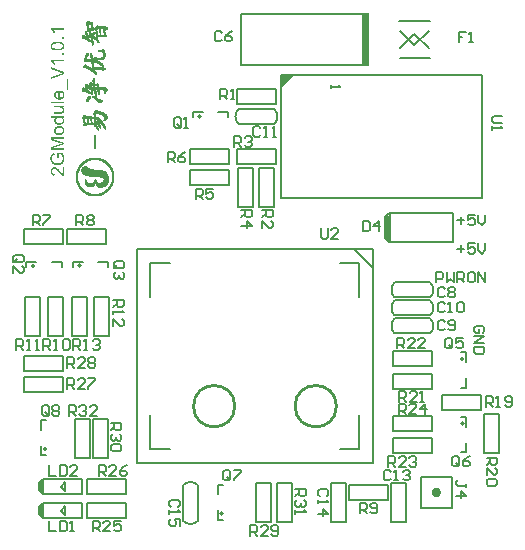
<source format=gto>
%FSLAX25Y25*%
%MOIN*%
G70*
G01*
G75*
G04 Layer_Color=65535*
%ADD10C,0.02000*%
%ADD11C,0.03200*%
%ADD12C,0.03200*%
%ADD13R,0.03000X0.03500*%
%ADD14R,0.03500X0.03000*%
%ADD15R,0.02362X0.04299*%
%ADD16O,0.02756X0.09843*%
%ADD17O,0.09843X0.02756*%
%ADD18R,0.08661X0.04134*%
%ADD19R,0.04331X0.03937*%
%ADD20R,0.04299X0.02362*%
%ADD21R,0.04921X0.07874*%
%ADD22R,0.07087X0.12992*%
%ADD23R,0.11811X0.04213*%
%ADD24R,0.37008X0.27559*%
%ADD25R,0.09449X0.10236*%
%ADD26C,0.01000*%
%ADD27C,0.03000*%
%ADD28C,0.02500*%
%ADD29C,0.04000*%
%ADD30C,0.07000*%
%ADD31C,0.04200*%
%ADD32C,0.02800*%
%ADD33C,0.06000*%
%ADD34R,0.06000X0.06000*%
%ADD35C,0.02500*%
%ADD36R,0.10236X0.09449*%
%ADD37R,0.05118X0.03150*%
%ADD38R,0.06693X0.05906*%
%ADD39C,0.04000*%
%ADD40R,0.02362X0.01969*%
%ADD41C,0.00800*%
%ADD42C,0.01500*%
%ADD43C,0.00500*%
%ADD44C,0.01600*%
%ADD45C,0.00700*%
%ADD46C,0.00600*%
%ADD47C,0.00100*%
%ADD48R,0.01181X0.08412*%
%ADD49R,0.01870X0.17323*%
G36*
X25900Y144401D02*
X25429D01*
X25436Y144394D01*
X25449Y144380D01*
X25477Y144360D01*
X25511Y144333D01*
X25559Y144292D01*
X25600Y144244D01*
X25654Y144189D01*
X25702Y144128D01*
X25750Y144060D01*
X25804Y143984D01*
X25845Y143896D01*
X25886Y143807D01*
X25927Y143704D01*
X25955Y143602D01*
X25968Y143486D01*
X25975Y143370D01*
Y143356D01*
Y143322D01*
X25968Y143267D01*
X25962Y143192D01*
X25948Y143110D01*
X25927Y143021D01*
X25900Y142926D01*
X25866Y142830D01*
X25859Y142816D01*
X25845Y142789D01*
X25825Y142748D01*
X25791Y142693D01*
X25750Y142632D01*
X25702Y142571D01*
X25654Y142516D01*
X25593Y142461D01*
X25586Y142454D01*
X25565Y142441D01*
X25524Y142420D01*
X25477Y142400D01*
X25415Y142366D01*
X25347Y142338D01*
X25272Y142311D01*
X25183Y142290D01*
X25176D01*
X25149Y142284D01*
X25115D01*
X25060Y142277D01*
X24985Y142270D01*
X24896D01*
X24793Y142263D01*
X22649D01*
Y142816D01*
X24602D01*
X24691Y142823D01*
X24787D01*
X24882Y142830D01*
X24971Y142837D01*
X25039Y142844D01*
X25046D01*
X25074Y142857D01*
X25115Y142871D01*
X25162Y142892D01*
X25217Y142919D01*
X25278Y142960D01*
X25333Y143008D01*
X25381Y143062D01*
X25388Y143069D01*
X25401Y143096D01*
X25422Y143131D01*
X25442Y143178D01*
X25463Y143240D01*
X25483Y143308D01*
X25497Y143390D01*
X25504Y143479D01*
Y143493D01*
Y143520D01*
X25497Y143568D01*
X25490Y143629D01*
X25477Y143698D01*
X25449Y143773D01*
X25422Y143855D01*
X25381Y143937D01*
X25374Y143943D01*
X25354Y143971D01*
X25326Y144012D01*
X25285Y144060D01*
X25238Y144107D01*
X25176Y144162D01*
X25108Y144203D01*
X25033Y144244D01*
X25019Y144251D01*
X24992Y144258D01*
X24944Y144271D01*
X24869Y144292D01*
X24780Y144312D01*
X24671Y144326D01*
X24541Y144333D01*
X24397Y144340D01*
X22649D01*
Y144893D01*
X25900D01*
Y144401D01*
D02*
G37*
G36*
Y140890D02*
X25497D01*
X25504Y140884D01*
X25517Y140877D01*
X25538Y140856D01*
X25572Y140829D01*
X25606Y140802D01*
X25647Y140761D01*
X25688Y140713D01*
X25736Y140658D01*
X25777Y140597D01*
X25825Y140528D01*
X25866Y140453D01*
X25900Y140378D01*
X25934Y140289D01*
X25955Y140194D01*
X25968Y140091D01*
X25975Y139982D01*
Y139975D01*
Y139962D01*
Y139941D01*
X25968Y139914D01*
X25962Y139839D01*
X25948Y139750D01*
X25921Y139634D01*
X25886Y139517D01*
X25832Y139388D01*
X25763Y139265D01*
Y139258D01*
X25757Y139251D01*
X25722Y139210D01*
X25675Y139155D01*
X25606Y139080D01*
X25524Y139005D01*
X25422Y138917D01*
X25306Y138841D01*
X25169Y138766D01*
X25162D01*
X25149Y138759D01*
X25128Y138753D01*
X25101Y138739D01*
X25067Y138725D01*
X25019Y138712D01*
X24910Y138677D01*
X24780Y138643D01*
X24630Y138616D01*
X24466Y138595D01*
X24281Y138589D01*
X24199D01*
X24158Y138595D01*
X24104D01*
X23988Y138609D01*
X23851Y138630D01*
X23708Y138657D01*
X23550Y138691D01*
X23400Y138746D01*
X23393D01*
X23380Y138753D01*
X23359Y138766D01*
X23332Y138780D01*
X23264Y138814D01*
X23175Y138869D01*
X23072Y138937D01*
X22970Y139019D01*
X22874Y139115D01*
X22785Y139231D01*
Y139237D01*
X22779Y139244D01*
X22751Y139285D01*
X22717Y139354D01*
X22676Y139442D01*
X22642Y139552D01*
X22608Y139675D01*
X22581Y139811D01*
X22574Y139955D01*
Y139962D01*
Y139968D01*
Y140003D01*
X22581Y140057D01*
X22588Y140132D01*
X22608Y140207D01*
X22628Y140296D01*
X22663Y140385D01*
X22704Y140474D01*
X22710Y140487D01*
X22724Y140515D01*
X22751Y140556D01*
X22792Y140610D01*
X22833Y140665D01*
X22888Y140733D01*
X22956Y140795D01*
X23025Y140849D01*
X21413D01*
Y141403D01*
X25900D01*
Y140890D01*
D02*
G37*
G36*
X24418Y149954D02*
Y147536D01*
X24438D01*
X24473Y147543D01*
X24507D01*
X24554Y147550D01*
X24602Y147556D01*
X24725Y147584D01*
X24855Y147625D01*
X24992Y147673D01*
X25128Y147748D01*
X25244Y147836D01*
X25258Y147850D01*
X25285Y147884D01*
X25333Y147946D01*
X25381Y148021D01*
X25436Y148123D01*
X25483Y148240D01*
X25511Y148369D01*
X25524Y148513D01*
Y148520D01*
Y148526D01*
Y148567D01*
X25517Y148622D01*
X25504Y148690D01*
X25483Y148772D01*
X25456Y148861D01*
X25422Y148950D01*
X25367Y149032D01*
X25360Y149039D01*
X25333Y149066D01*
X25299Y149107D01*
X25238Y149155D01*
X25169Y149209D01*
X25080Y149264D01*
X24971Y149319D01*
X24848Y149373D01*
X24923Y149940D01*
X24930D01*
X24944Y149933D01*
X24971Y149926D01*
X25005Y149913D01*
X25046Y149899D01*
X25094Y149879D01*
X25210Y149824D01*
X25333Y149756D01*
X25463Y149674D01*
X25593Y149565D01*
X25702Y149442D01*
Y149435D01*
X25716Y149428D01*
X25729Y149407D01*
X25743Y149373D01*
X25763Y149339D01*
X25791Y149298D01*
X25811Y149250D01*
X25839Y149189D01*
X25886Y149059D01*
X25934Y148895D01*
X25962Y148718D01*
X25975Y148513D01*
Y148506D01*
Y148478D01*
Y148444D01*
X25968Y148397D01*
X25962Y148335D01*
X25955Y148267D01*
X25941Y148192D01*
X25921Y148103D01*
X25866Y147925D01*
X25832Y147830D01*
X25791Y147741D01*
X25743Y147645D01*
X25681Y147556D01*
X25613Y147468D01*
X25538Y147386D01*
X25531Y147379D01*
X25517Y147365D01*
X25490Y147345D01*
X25456Y147324D01*
X25415Y147290D01*
X25360Y147256D01*
X25292Y147215D01*
X25217Y147181D01*
X25135Y147140D01*
X25046Y147099D01*
X24944Y147065D01*
X24835Y147037D01*
X24718Y147010D01*
X24589Y146990D01*
X24452Y146976D01*
X24309Y146969D01*
X24227D01*
X24172Y146976D01*
X24104Y146983D01*
X24022Y146990D01*
X23933Y147003D01*
X23837Y147024D01*
X23632Y147072D01*
X23530Y147106D01*
X23421Y147147D01*
X23318Y147195D01*
X23216Y147249D01*
X23120Y147311D01*
X23031Y147386D01*
X23025Y147392D01*
X23011Y147406D01*
X22990Y147427D01*
X22956Y147461D01*
X22922Y147502D01*
X22888Y147556D01*
X22847Y147611D01*
X22799Y147679D01*
X22758Y147755D01*
X22717Y147836D01*
X22683Y147925D01*
X22642Y148028D01*
X22615Y148130D01*
X22594Y148240D01*
X22581Y148356D01*
X22574Y148478D01*
Y148485D01*
Y148506D01*
Y148540D01*
X22581Y148588D01*
X22588Y148642D01*
X22594Y148711D01*
X22608Y148779D01*
X22628Y148861D01*
X22683Y149025D01*
X22717Y149114D01*
X22765Y149203D01*
X22813Y149291D01*
X22874Y149380D01*
X22943Y149462D01*
X23025Y149544D01*
X23031Y149551D01*
X23045Y149565D01*
X23072Y149585D01*
X23107Y149612D01*
X23154Y149640D01*
X23209Y149674D01*
X23270Y149715D01*
X23346Y149756D01*
X23434Y149790D01*
X23523Y149831D01*
X23626Y149865D01*
X23742Y149899D01*
X23858Y149920D01*
X23988Y149940D01*
X24124Y149954D01*
X24274Y149961D01*
X24356D01*
X24418Y149954D01*
D02*
G37*
G36*
X25900Y145747D02*
X21413D01*
Y146300D01*
X25900D01*
Y145747D01*
D02*
G37*
G36*
X25285Y129279D02*
X25292Y129266D01*
X25313Y129245D01*
X25333Y129211D01*
X25367Y129170D01*
X25395Y129122D01*
X25477Y129006D01*
X25559Y128870D01*
X25647Y128719D01*
X25729Y128549D01*
X25804Y128378D01*
Y128371D01*
X25811Y128357D01*
X25818Y128330D01*
X25832Y128296D01*
X25845Y128255D01*
X25859Y128207D01*
X25873Y128146D01*
X25886Y128084D01*
X25921Y127941D01*
X25948Y127784D01*
X25968Y127606D01*
X25975Y127428D01*
Y127422D01*
Y127401D01*
Y127367D01*
X25968Y127319D01*
Y127258D01*
X25962Y127189D01*
X25955Y127114D01*
X25941Y127032D01*
X25907Y126841D01*
X25859Y126643D01*
X25791Y126431D01*
X25695Y126226D01*
X25688Y126219D01*
X25681Y126206D01*
X25668Y126172D01*
X25640Y126138D01*
X25613Y126090D01*
X25579Y126042D01*
X25490Y125926D01*
X25374Y125789D01*
X25231Y125660D01*
X25067Y125530D01*
X24882Y125414D01*
X24875D01*
X24855Y125400D01*
X24828Y125386D01*
X24787Y125373D01*
X24739Y125352D01*
X24677Y125325D01*
X24609Y125304D01*
X24527Y125277D01*
X24445Y125250D01*
X24350Y125229D01*
X24145Y125181D01*
X23919Y125154D01*
X23680Y125140D01*
X23619D01*
X23571Y125147D01*
X23509D01*
X23441Y125154D01*
X23366Y125161D01*
X23284Y125174D01*
X23093Y125209D01*
X22888Y125257D01*
X22669Y125325D01*
X22458Y125414D01*
X22451D01*
X22430Y125427D01*
X22403Y125441D01*
X22362Y125461D01*
X22314Y125496D01*
X22266Y125530D01*
X22137Y125612D01*
X22000Y125728D01*
X21863Y125857D01*
X21734Y126022D01*
X21672Y126103D01*
X21618Y126199D01*
Y126206D01*
X21604Y126219D01*
X21590Y126254D01*
X21577Y126288D01*
X21549Y126336D01*
X21529Y126397D01*
X21501Y126465D01*
X21474Y126541D01*
X21454Y126622D01*
X21426Y126711D01*
X21378Y126916D01*
X21351Y127135D01*
X21338Y127381D01*
Y127387D01*
Y127401D01*
Y127428D01*
Y127463D01*
X21344Y127504D01*
Y127558D01*
X21358Y127674D01*
X21378Y127804D01*
X21406Y127954D01*
X21447Y128105D01*
X21501Y128255D01*
Y128262D01*
X21508Y128275D01*
X21515Y128296D01*
X21529Y128323D01*
X21563Y128392D01*
X21618Y128480D01*
X21679Y128583D01*
X21754Y128685D01*
X21836Y128788D01*
X21939Y128876D01*
X21952Y128883D01*
X21986Y128911D01*
X22048Y128952D01*
X22137Y129006D01*
X22239Y129061D01*
X22362Y129115D01*
X22505Y129170D01*
X22669Y129218D01*
X22820Y128678D01*
X22813D01*
X22806Y128672D01*
X22765Y128665D01*
X22704Y128637D01*
X22622Y128610D01*
X22540Y128576D01*
X22451Y128535D01*
X22362Y128487D01*
X22280Y128432D01*
X22273Y128426D01*
X22246Y128405D01*
X22212Y128371D01*
X22164Y128323D01*
X22116Y128262D01*
X22061Y128187D01*
X22014Y128105D01*
X21966Y128002D01*
X21959Y127989D01*
X21945Y127954D01*
X21925Y127893D01*
X21904Y127818D01*
X21884Y127729D01*
X21863Y127627D01*
X21850Y127510D01*
X21843Y127387D01*
Y127381D01*
Y127367D01*
Y127347D01*
Y127319D01*
X21850Y127244D01*
X21857Y127148D01*
X21877Y127039D01*
X21898Y126916D01*
X21932Y126800D01*
X21973Y126684D01*
X21980Y126670D01*
X21993Y126636D01*
X22021Y126582D01*
X22061Y126513D01*
X22109Y126438D01*
X22164Y126356D01*
X22226Y126281D01*
X22301Y126206D01*
X22307Y126199D01*
X22335Y126179D01*
X22376Y126144D01*
X22430Y126103D01*
X22499Y126056D01*
X22574Y126008D01*
X22656Y125967D01*
X22745Y125926D01*
X22751D01*
X22765Y125919D01*
X22785Y125912D01*
X22820Y125899D01*
X22854Y125885D01*
X22902Y125871D01*
X23011Y125844D01*
X23147Y125810D01*
X23298Y125782D01*
X23469Y125762D01*
X23646Y125755D01*
X23701D01*
X23749Y125762D01*
X23796D01*
X23858Y125769D01*
X23926Y125776D01*
X23994Y125782D01*
X24158Y125803D01*
X24329Y125844D01*
X24493Y125892D01*
X24657Y125960D01*
X24664D01*
X24677Y125967D01*
X24698Y125980D01*
X24725Y126001D01*
X24793Y126049D01*
X24882Y126110D01*
X24978Y126192D01*
X25080Y126295D01*
X25176Y126418D01*
X25258Y126554D01*
Y126561D01*
X25265Y126575D01*
X25278Y126595D01*
X25285Y126622D01*
X25299Y126657D01*
X25319Y126705D01*
X25354Y126807D01*
X25388Y126937D01*
X25422Y127073D01*
X25442Y127230D01*
X25449Y127394D01*
Y127401D01*
Y127415D01*
Y127435D01*
Y127463D01*
X25442Y127538D01*
X25429Y127633D01*
X25415Y127743D01*
X25388Y127872D01*
X25354Y128009D01*
X25306Y128146D01*
Y128152D01*
X25299Y128159D01*
X25292Y128180D01*
X25278Y128207D01*
X25251Y128275D01*
X25210Y128357D01*
X25162Y128446D01*
X25108Y128535D01*
X25046Y128624D01*
X24985Y128706D01*
X24138D01*
Y127387D01*
X23612D01*
Y129286D01*
X25278D01*
X25285Y129279D01*
D02*
G37*
G36*
X25900Y121507D02*
X25825D01*
X25777Y121514D01*
X25722Y121520D01*
X25661Y121527D01*
X25593Y121548D01*
X25524Y121568D01*
X25517D01*
X25511Y121575D01*
X25470Y121589D01*
X25415Y121616D01*
X25333Y121657D01*
X25244Y121705D01*
X25142Y121773D01*
X25039Y121842D01*
X24930Y121930D01*
X24923D01*
X24916Y121944D01*
X24875Y121978D01*
X24814Y122033D01*
X24732Y122115D01*
X24636Y122217D01*
X24520Y122340D01*
X24391Y122490D01*
X24247Y122654D01*
X24240Y122661D01*
X24220Y122688D01*
X24193Y122723D01*
X24145Y122770D01*
X24097Y122832D01*
X24035Y122900D01*
X23906Y123050D01*
X23749Y123214D01*
X23592Y123378D01*
X23516Y123460D01*
X23441Y123529D01*
X23366Y123590D01*
X23298Y123645D01*
X23291D01*
X23284Y123658D01*
X23264Y123672D01*
X23236Y123686D01*
X23168Y123727D01*
X23079Y123774D01*
X22977Y123822D01*
X22867Y123863D01*
X22745Y123890D01*
X22628Y123904D01*
X22615D01*
X22574Y123897D01*
X22512Y123890D01*
X22437Y123877D01*
X22348Y123843D01*
X22260Y123802D01*
X22164Y123747D01*
X22075Y123665D01*
X22068Y123651D01*
X22041Y123624D01*
X22007Y123570D01*
X21959Y123501D01*
X21918Y123412D01*
X21884Y123310D01*
X21857Y123187D01*
X21850Y123050D01*
Y123044D01*
Y123030D01*
Y123009D01*
X21857Y122982D01*
X21863Y122914D01*
X21877Y122825D01*
X21911Y122723D01*
X21952Y122613D01*
X22014Y122511D01*
X22096Y122415D01*
X22109Y122408D01*
X22137Y122381D01*
X22191Y122340D01*
X22266Y122299D01*
X22362Y122251D01*
X22471Y122217D01*
X22601Y122190D01*
X22751Y122176D01*
X22690Y121609D01*
X22663D01*
X22628Y121616D01*
X22588Y121623D01*
X22533Y121637D01*
X22471Y121643D01*
X22335Y121684D01*
X22178Y121739D01*
X22021Y121814D01*
X21863Y121917D01*
X21795Y121971D01*
X21727Y122040D01*
X21720Y122046D01*
X21713Y122060D01*
X21693Y122081D01*
X21672Y122108D01*
X21652Y122149D01*
X21618Y122197D01*
X21590Y122251D01*
X21556Y122313D01*
X21529Y122381D01*
X21495Y122456D01*
X21467Y122545D01*
X21447Y122634D01*
X21406Y122839D01*
X21399Y122948D01*
X21392Y123064D01*
Y123071D01*
Y123091D01*
Y123126D01*
X21399Y123173D01*
X21406Y123228D01*
X21413Y123290D01*
X21419Y123358D01*
X21440Y123433D01*
X21481Y123597D01*
X21542Y123768D01*
X21583Y123856D01*
X21631Y123938D01*
X21693Y124013D01*
X21754Y124089D01*
X21761Y124095D01*
X21768Y124102D01*
X21788Y124123D01*
X21816Y124150D01*
X21857Y124177D01*
X21898Y124212D01*
X22000Y124280D01*
X22130Y124348D01*
X22280Y124410D01*
X22451Y124457D01*
X22546Y124464D01*
X22642Y124471D01*
X22690D01*
X22745Y124464D01*
X22813Y124457D01*
X22895Y124444D01*
X22984Y124423D01*
X23079Y124396D01*
X23175Y124355D01*
X23189Y124348D01*
X23223Y124334D01*
X23270Y124307D01*
X23339Y124266D01*
X23421Y124218D01*
X23516Y124157D01*
X23612Y124075D01*
X23721Y123986D01*
X23735Y123972D01*
X23776Y123938D01*
X23837Y123877D01*
X23878Y123836D01*
X23926Y123788D01*
X23981Y123733D01*
X24042Y123665D01*
X24104Y123597D01*
X24179Y123522D01*
X24254Y123440D01*
X24336Y123344D01*
X24418Y123249D01*
X24513Y123139D01*
X24520Y123132D01*
X24534Y123119D01*
X24554Y123091D01*
X24582Y123057D01*
X24650Y122975D01*
X24739Y122873D01*
X24835Y122770D01*
X24930Y122661D01*
X25012Y122572D01*
X25046Y122538D01*
X25080Y122504D01*
X25087Y122497D01*
X25108Y122484D01*
X25135Y122456D01*
X25176Y122422D01*
X25265Y122347D01*
X25374Y122272D01*
Y124478D01*
X25900D01*
Y121507D01*
D02*
G37*
G36*
X24391Y138138D02*
X24452D01*
X24520Y138131D01*
X24596Y138124D01*
X24753Y138097D01*
X24916Y138063D01*
X25080Y138015D01*
X25224Y137953D01*
X25231D01*
X25238Y137947D01*
X25285Y137919D01*
X25347Y137872D01*
X25429Y137810D01*
X25517Y137735D01*
X25606Y137639D01*
X25695Y137530D01*
X25777Y137400D01*
Y137393D01*
X25784Y137387D01*
X25798Y137366D01*
X25804Y137339D01*
X25839Y137264D01*
X25873Y137168D01*
X25914Y137052D01*
X25941Y136922D01*
X25968Y136779D01*
X25975Y136622D01*
Y136615D01*
Y136594D01*
Y136553D01*
X25968Y136505D01*
X25962Y136451D01*
X25955Y136383D01*
X25941Y136307D01*
X25921Y136225D01*
X25866Y136055D01*
X25832Y135959D01*
X25791Y135870D01*
X25743Y135775D01*
X25681Y135686D01*
X25613Y135597D01*
X25538Y135515D01*
X25531Y135508D01*
X25517Y135495D01*
X25490Y135474D01*
X25456Y135454D01*
X25408Y135419D01*
X25354Y135385D01*
X25292Y135344D01*
X25217Y135310D01*
X25128Y135269D01*
X25039Y135228D01*
X24930Y135194D01*
X24821Y135167D01*
X24698Y135140D01*
X24568Y135119D01*
X24425Y135105D01*
X24274Y135099D01*
X24234D01*
X24186Y135105D01*
X24124D01*
X24049Y135112D01*
X23967Y135126D01*
X23871Y135140D01*
X23769Y135160D01*
X23660Y135187D01*
X23550Y135222D01*
X23441Y135262D01*
X23332Y135310D01*
X23223Y135365D01*
X23120Y135433D01*
X23025Y135508D01*
X22936Y135597D01*
X22929Y135604D01*
X22922Y135618D01*
X22902Y135638D01*
X22881Y135672D01*
X22854Y135713D01*
X22820Y135761D01*
X22785Y135816D01*
X22751Y135884D01*
X22724Y135952D01*
X22690Y136027D01*
X22628Y136205D01*
X22588Y136403D01*
X22581Y136512D01*
X22574Y136622D01*
Y136628D01*
Y136649D01*
Y136683D01*
X22581Y136731D01*
X22588Y136792D01*
X22594Y136854D01*
X22608Y136929D01*
X22628Y137011D01*
X22683Y137182D01*
X22717Y137270D01*
X22758Y137366D01*
X22813Y137455D01*
X22874Y137544D01*
X22943Y137633D01*
X23018Y137714D01*
X23025Y137721D01*
X23038Y137735D01*
X23065Y137755D01*
X23100Y137783D01*
X23141Y137817D01*
X23195Y137851D01*
X23264Y137892D01*
X23332Y137933D01*
X23414Y137967D01*
X23509Y138008D01*
X23605Y138042D01*
X23714Y138076D01*
X23831Y138104D01*
X23960Y138124D01*
X24090Y138138D01*
X24234Y138145D01*
X24336D01*
X24391Y138138D01*
D02*
G37*
G36*
X25900Y133849D02*
X22143D01*
X25900Y132537D01*
Y132004D01*
X22082Y130714D01*
X25900D01*
Y130140D01*
X21413D01*
Y131028D01*
X24589Y132093D01*
X24596D01*
X24609Y132100D01*
X24630Y132107D01*
X24664Y132114D01*
X24739Y132141D01*
X24835Y132175D01*
X24944Y132209D01*
X25053Y132244D01*
X25162Y132278D01*
X25251Y132305D01*
X25238Y132312D01*
X25203Y132319D01*
X25149Y132339D01*
X25074Y132367D01*
X24971Y132394D01*
X24848Y132435D01*
X24705Y132490D01*
X24534Y132544D01*
X21413Y133616D01*
Y134422D01*
X25900D01*
Y133849D01*
D02*
G37*
G36*
X23885Y166284D02*
X23960D01*
X24049Y166278D01*
X24145Y166271D01*
X24350Y166250D01*
X24561Y166223D01*
X24773Y166182D01*
X24869Y166155D01*
X24964Y166127D01*
X24971D01*
X24985Y166120D01*
X25012Y166114D01*
X25046Y166100D01*
X25087Y166079D01*
X25128Y166059D01*
X25238Y166004D01*
X25360Y165936D01*
X25483Y165854D01*
X25606Y165758D01*
X25716Y165642D01*
Y165636D01*
X25729Y165629D01*
X25736Y165608D01*
X25757Y165588D01*
X25798Y165513D01*
X25845Y165424D01*
X25893Y165301D01*
X25934Y165164D01*
X25962Y165007D01*
X25975Y164830D01*
Y164823D01*
Y164802D01*
Y164768D01*
X25968Y164720D01*
X25962Y164666D01*
X25948Y164604D01*
X25934Y164536D01*
X25921Y164461D01*
X25866Y164297D01*
X25825Y164208D01*
X25784Y164126D01*
X25729Y164037D01*
X25668Y163955D01*
X25600Y163880D01*
X25517Y163805D01*
X25511Y163798D01*
X25490Y163785D01*
X25456Y163764D01*
X25408Y163737D01*
X25347Y163703D01*
X25272Y163668D01*
X25183Y163627D01*
X25074Y163586D01*
X24958Y163546D01*
X24821Y163505D01*
X24671Y163470D01*
X24507Y163436D01*
X24322Y163409D01*
X24131Y163388D01*
X23912Y163375D01*
X23687Y163368D01*
X23557D01*
X23489Y163375D01*
X23414D01*
X23325Y163382D01*
X23230Y163388D01*
X23025Y163409D01*
X22813Y163436D01*
X22601Y163470D01*
X22505Y163498D01*
X22410Y163525D01*
X22403D01*
X22389Y163532D01*
X22362Y163546D01*
X22328Y163559D01*
X22287Y163573D01*
X22239Y163593D01*
X22130Y163648D01*
X22007Y163716D01*
X21884Y163798D01*
X21768Y163894D01*
X21659Y164010D01*
Y164017D01*
X21645Y164024D01*
X21631Y164044D01*
X21618Y164071D01*
X21577Y164140D01*
X21522Y164235D01*
X21474Y164351D01*
X21433Y164495D01*
X21406Y164652D01*
X21392Y164830D01*
Y164836D01*
Y164843D01*
Y164864D01*
Y164891D01*
X21399Y164959D01*
X21413Y165041D01*
X21426Y165137D01*
X21454Y165246D01*
X21495Y165355D01*
X21542Y165458D01*
X21549Y165471D01*
X21570Y165506D01*
X21604Y165553D01*
X21645Y165622D01*
X21706Y165690D01*
X21781Y165765D01*
X21863Y165840D01*
X21959Y165909D01*
X21973Y165916D01*
X22007Y165936D01*
X22068Y165970D01*
X22143Y166011D01*
X22239Y166052D01*
X22355Y166100D01*
X22485Y166148D01*
X22628Y166189D01*
X22635D01*
X22649Y166195D01*
X22669D01*
X22704Y166202D01*
X22738Y166216D01*
X22785Y166223D01*
X22847Y166230D01*
X22908Y166243D01*
X22984Y166250D01*
X23059Y166257D01*
X23147Y166271D01*
X23243Y166278D01*
X23346Y166284D01*
X23448D01*
X23687Y166291D01*
X23817D01*
X23885Y166284D01*
D02*
G37*
G36*
X25900Y161934D02*
X25272D01*
Y162562D01*
X25900D01*
Y161934D01*
D02*
G37*
G36*
Y170116D02*
X22389D01*
X22396Y170109D01*
X22423Y170082D01*
X22458Y170034D01*
X22505Y169973D01*
X22567Y169897D01*
X22628Y169809D01*
X22704Y169706D01*
X22772Y169590D01*
Y169583D01*
X22779Y169576D01*
X22806Y169535D01*
X22840Y169474D01*
X22881Y169399D01*
X22929Y169310D01*
X22970Y169214D01*
X23018Y169112D01*
X23059Y169016D01*
X22519D01*
Y169023D01*
X22512Y169037D01*
X22499Y169064D01*
X22478Y169091D01*
X22458Y169132D01*
X22437Y169180D01*
X22376Y169290D01*
X22301Y169412D01*
X22212Y169549D01*
X22109Y169686D01*
X22000Y169815D01*
X21993Y169822D01*
X21986Y169829D01*
X21945Y169870D01*
X21884Y169931D01*
X21809Y170007D01*
X21713Y170089D01*
X21611Y170171D01*
X21501Y170246D01*
X21392Y170307D01*
Y170669D01*
X25900D01*
Y170116D01*
D02*
G37*
G36*
Y167158D02*
X25272D01*
Y167787D01*
X25900D01*
Y167158D01*
D02*
G37*
G36*
Y156073D02*
Y155466D01*
X21413Y153724D01*
Y154373D01*
X24671Y155534D01*
X24677D01*
X24691Y155541D01*
X24712Y155548D01*
X24739Y155561D01*
X24814Y155582D01*
X24910Y155616D01*
X25026Y155657D01*
X25149Y155698D01*
X25408Y155773D01*
X25401D01*
X25395Y155780D01*
X25374Y155787D01*
X25347Y155793D01*
X25272Y155814D01*
X25176Y155841D01*
X25067Y155875D01*
X24944Y155916D01*
X24807Y155964D01*
X24671Y156012D01*
X21413Y157228D01*
Y157829D01*
X25900Y156073D01*
D02*
G37*
G36*
X27143Y150125D02*
X26747D01*
Y153772D01*
X27143D01*
Y150125D01*
D02*
G37*
G36*
X25900Y159666D02*
X22389D01*
X22396Y159659D01*
X22423Y159632D01*
X22458Y159584D01*
X22505Y159523D01*
X22567Y159448D01*
X22628Y159359D01*
X22704Y159256D01*
X22772Y159140D01*
Y159133D01*
X22779Y159126D01*
X22806Y159086D01*
X22840Y159024D01*
X22881Y158949D01*
X22929Y158860D01*
X22970Y158765D01*
X23018Y158662D01*
X23059Y158566D01*
X22519D01*
Y158573D01*
X22512Y158587D01*
X22499Y158614D01*
X22478Y158642D01*
X22458Y158683D01*
X22437Y158730D01*
X22376Y158840D01*
X22301Y158963D01*
X22212Y159099D01*
X22109Y159236D01*
X22000Y159365D01*
X21993Y159372D01*
X21986Y159379D01*
X21945Y159420D01*
X21884Y159482D01*
X21809Y159557D01*
X21713Y159639D01*
X21611Y159721D01*
X21501Y159796D01*
X21392Y159857D01*
Y160219D01*
X25900D01*
Y159666D01*
D02*
G37*
%LPC*%
G36*
X24438Y140904D02*
X24268D01*
X24220Y140897D01*
X24165D01*
X24104Y140890D01*
X23954Y140870D01*
X23796Y140843D01*
X23632Y140795D01*
X23475Y140733D01*
X23407Y140692D01*
X23346Y140645D01*
X23339D01*
X23332Y140631D01*
X23298Y140597D01*
X23243Y140542D01*
X23189Y140467D01*
X23134Y140378D01*
X23079Y140269D01*
X23045Y140146D01*
X23031Y140078D01*
Y140009D01*
Y140003D01*
Y139996D01*
Y139975D01*
X23038Y139948D01*
X23045Y139880D01*
X23065Y139798D01*
X23107Y139702D01*
X23161Y139600D01*
X23230Y139497D01*
X23277Y139449D01*
X23332Y139401D01*
X23346Y139388D01*
X23366Y139381D01*
X23387Y139360D01*
X23421Y139347D01*
X23462Y139326D01*
X23509Y139299D01*
X23564Y139278D01*
X23626Y139258D01*
X23694Y139231D01*
X23776Y139210D01*
X23858Y139197D01*
X23954Y139176D01*
X24056Y139169D01*
X24165Y139155D01*
X24343D01*
X24384Y139162D01*
X24438D01*
X24493Y139169D01*
X24636Y139190D01*
X24787Y139217D01*
X24944Y139265D01*
X25087Y139326D01*
X25155Y139367D01*
X25217Y139415D01*
X25231Y139429D01*
X25265Y139463D01*
X25313Y139517D01*
X25367Y139593D01*
X25429Y139681D01*
X25477Y139784D01*
X25511Y139907D01*
X25517Y139968D01*
X25524Y140037D01*
Y140043D01*
Y140050D01*
Y140071D01*
X25517Y140098D01*
X25511Y140166D01*
X25490Y140248D01*
X25449Y140344D01*
X25401Y140446D01*
X25326Y140556D01*
X25285Y140603D01*
X25231Y140651D01*
X25224D01*
X25217Y140665D01*
X25196Y140672D01*
X25176Y140692D01*
X25142Y140713D01*
X25108Y140733D01*
X25060Y140754D01*
X25005Y140781D01*
X24951Y140802D01*
X24882Y140822D01*
X24807Y140843D01*
X24725Y140863D01*
X24636Y140884D01*
X24541Y140890D01*
X24438Y140904D01*
D02*
G37*
G36*
X23967Y149380D02*
X23947D01*
X23926Y149373D01*
X23899D01*
X23824Y149360D01*
X23735Y149339D01*
X23639Y149312D01*
X23537Y149271D01*
X23434Y149230D01*
X23352Y149168D01*
X23346D01*
X23339Y149155D01*
X23298Y149120D01*
X23250Y149059D01*
X23189Y148984D01*
X23127Y148881D01*
X23072Y148765D01*
X23038Y148636D01*
X23031Y148561D01*
X23025Y148485D01*
Y148478D01*
Y148472D01*
Y148451D01*
X23031Y148424D01*
X23038Y148349D01*
X23059Y148260D01*
X23086Y148158D01*
X23134Y148055D01*
X23195Y147946D01*
X23284Y147843D01*
X23298Y147830D01*
X23332Y147802D01*
X23387Y147761D01*
X23469Y147713D01*
X23564Y147666D01*
X23680Y147618D01*
X23817Y147584D01*
X23967Y147563D01*
Y149380D01*
D02*
G37*
G36*
X24377Y137578D02*
X24206D01*
X24158Y137571D01*
X24111D01*
X24056Y137564D01*
X23919Y137544D01*
X23776Y137510D01*
X23619Y137462D01*
X23475Y137393D01*
X23346Y137298D01*
X23339D01*
X23332Y137284D01*
X23298Y137250D01*
X23243Y137188D01*
X23189Y137113D01*
X23134Y137011D01*
X23079Y136895D01*
X23045Y136765D01*
X23031Y136697D01*
Y136622D01*
Y136615D01*
Y136601D01*
Y136581D01*
X23038Y136553D01*
X23045Y136478D01*
X23072Y136383D01*
X23107Y136273D01*
X23161Y136157D01*
X23243Y136041D01*
X23291Y135986D01*
X23346Y135932D01*
X23359Y135918D01*
X23380Y135905D01*
X23400Y135891D01*
X23434Y135870D01*
X23475Y135850D01*
X23523Y135822D01*
X23578Y135802D01*
X23639Y135775D01*
X23708Y135747D01*
X23783Y135727D01*
X23871Y135706D01*
X23960Y135693D01*
X24063Y135679D01*
X24165Y135665D01*
X24343D01*
X24384Y135672D01*
X24431D01*
X24493Y135679D01*
X24630Y135700D01*
X24780Y135734D01*
X24937Y135775D01*
X25087Y135843D01*
X25155Y135884D01*
X25217Y135932D01*
X25231Y135945D01*
X25265Y135980D01*
X25313Y136041D01*
X25367Y136123D01*
X25429Y136219D01*
X25477Y136342D01*
X25511Y136471D01*
X25517Y136547D01*
X25524Y136622D01*
Y136628D01*
Y136642D01*
Y136663D01*
X25517Y136690D01*
X25511Y136765D01*
X25483Y136861D01*
X25449Y136970D01*
X25395Y137086D01*
X25319Y137195D01*
X25272Y137250D01*
X25217Y137305D01*
X25210D01*
X25203Y137318D01*
X25183Y137332D01*
X25155Y137346D01*
X25121Y137366D01*
X25080Y137393D01*
X25033Y137414D01*
X24978Y137441D01*
X24916Y137469D01*
X24848Y137489D01*
X24766Y137516D01*
X24677Y137537D01*
X24589Y137550D01*
X24486Y137564D01*
X24377Y137578D01*
D02*
G37*
G36*
X23885Y165724D02*
X23585D01*
X23509Y165717D01*
X23421D01*
X23318Y165711D01*
X23209Y165704D01*
X23086Y165690D01*
X22840Y165663D01*
X22601Y165615D01*
X22485Y165588D01*
X22383Y165553D01*
X22294Y165513D01*
X22219Y165465D01*
X22212D01*
X22205Y165451D01*
X22164Y165417D01*
X22103Y165362D01*
X22034Y165287D01*
X21966Y165191D01*
X21904Y165082D01*
X21863Y164959D01*
X21857Y164891D01*
X21850Y164823D01*
Y164816D01*
Y164809D01*
Y164788D01*
X21857Y164761D01*
X21863Y164693D01*
X21891Y164604D01*
X21932Y164508D01*
X21986Y164406D01*
X22068Y164304D01*
X22123Y164256D01*
X22178Y164215D01*
X22185D01*
X22198Y164201D01*
X22226Y164188D01*
X22260Y164174D01*
X22307Y164153D01*
X22362Y164126D01*
X22437Y164099D01*
X22519Y164078D01*
X22615Y164051D01*
X22724Y164024D01*
X22847Y164003D01*
X22990Y163976D01*
X23141Y163962D01*
X23305Y163949D01*
X23489Y163935D01*
X23789D01*
X23865Y163942D01*
X23954D01*
X24056Y163949D01*
X24172Y163955D01*
X24288Y163969D01*
X24534Y163996D01*
X24780Y164044D01*
X24889Y164071D01*
X24992Y164105D01*
X25087Y164146D01*
X25162Y164188D01*
X25169D01*
X25176Y164201D01*
X25217Y164235D01*
X25278Y164290D01*
X25340Y164365D01*
X25408Y164461D01*
X25470Y164570D01*
X25511Y164693D01*
X25517Y164761D01*
X25524Y164830D01*
Y164836D01*
Y164843D01*
Y164864D01*
X25517Y164891D01*
X25504Y164959D01*
X25477Y165048D01*
X25436Y165150D01*
X25374Y165253D01*
X25333Y165308D01*
X25278Y165362D01*
X25224Y165417D01*
X25162Y165465D01*
X25155D01*
X25142Y165478D01*
X25121Y165492D01*
X25087Y165506D01*
X25046Y165526D01*
X24985Y165547D01*
X24916Y165567D01*
X24841Y165594D01*
X24746Y165622D01*
X24643Y165642D01*
X24520Y165663D01*
X24384Y165683D01*
X24234Y165704D01*
X24070Y165711D01*
X23885Y165724D01*
D02*
G37*
%LPD*%
D26*
X82807Y44768D02*
G03*
X82807Y44768I-6890J0D01*
G01*
X116665Y44768D02*
G03*
X116665Y44768I-6890J0D01*
G01*
D41*
X124343Y81185D02*
Y92602D01*
X117846D02*
X124343D01*
X54657Y30398D02*
X61154D01*
X54657D02*
Y41815D01*
Y81185D02*
Y92602D01*
X61154D01*
X117846Y30398D02*
X124343D01*
Y41815D01*
X122440Y97130D02*
X128870Y90700D01*
Y25870D02*
Y97130D01*
X50130Y25870D02*
X128870D01*
X50130Y97130D02*
X128870D01*
X50130Y25870D02*
Y97130D01*
X144882Y21118D02*
X155118D01*
X144882Y10882D02*
Y21118D01*
Y10882D02*
X155118D01*
Y21118D01*
X134370Y99479D02*
X155630D01*
X134370Y109321D02*
X155630D01*
Y99479D02*
Y109300D01*
X134370Y99479D02*
Y109321D01*
X132889Y100900D02*
Y107900D01*
X134310Y99479D02*
X136500D01*
X132949Y106960D02*
Y107900D01*
X134310Y109321D02*
X134370D01*
X132949Y107960D02*
X134310Y109321D01*
X132889Y100900D02*
X134310Y99479D01*
D43*
X71500Y141443D02*
G03*
X71500Y141443I-500J0D01*
G01*
X31500Y91543D02*
G03*
X31500Y91543I-500J0D01*
G01*
X16000D02*
G03*
X16000Y91543I-500J0D01*
G01*
X65525Y6525D02*
G03*
X70475Y6525I2475J2475D01*
G01*
Y18475D02*
G03*
X65525Y18475I-2475J-2475D01*
G01*
X159043Y60500D02*
G03*
X159043Y60500I-500J0D01*
G01*
X19957Y30500D02*
G03*
X19957Y30500I-500J0D01*
G01*
X78957Y9000D02*
G03*
X78957Y9000I-500J0D01*
G01*
X147975Y75025D02*
G03*
X147975Y79975I-2475J2475D01*
G01*
X136025D02*
G03*
X136025Y75025I2475J-2475D01*
G01*
X147975Y69025D02*
G03*
X147975Y73975I-2475J2475D01*
G01*
X136025D02*
G03*
X136025Y69025I2475J-2475D01*
G01*
X147975Y81025D02*
G03*
X147975Y85975I-2475J2475D01*
G01*
X136025D02*
G03*
X136025Y81025I2475J-2475D01*
G01*
X84025Y143782D02*
G03*
X84025Y138832I2475J-2475D01*
G01*
X95975D02*
G03*
X95975Y143782I-2475J2475D01*
G01*
X159043Y39000D02*
G03*
X159043Y39000I-500J0D01*
G01*
X115000Y6000D02*
X120000D01*
X115000Y19000D02*
X120000D01*
Y6000D02*
Y19000D01*
X115000Y6000D02*
Y19000D01*
X134000Y13500D02*
Y18500D01*
X121000Y13500D02*
Y18500D01*
X134000D01*
X121000Y13500D02*
X134000D01*
X135000Y6000D02*
Y19000D01*
X140000Y6000D02*
Y19000D01*
X135000D02*
X140000D01*
X135000Y6000D02*
X140000D01*
X91000Y124307D02*
X96000D01*
X91000Y111307D02*
X96000D01*
X91000D02*
Y124307D01*
X96000Y111307D02*
Y124307D01*
X83500Y145500D02*
Y150500D01*
X96500Y145500D02*
Y150500D01*
X83500Y145500D02*
X96500D01*
X83500Y150500D02*
X96500D01*
Y125421D02*
Y130421D01*
X83500Y125421D02*
Y130421D01*
X96500D01*
X83500Y125421D02*
X96500D01*
X84000Y124307D02*
X89000D01*
X84000Y111307D02*
X89000D01*
X84000D02*
Y124307D01*
X89000Y111307D02*
Y124307D01*
X68000Y118400D02*
Y123400D01*
X81000Y118400D02*
Y123400D01*
X68000Y118400D02*
X81000D01*
X68000Y123400D02*
X81000D01*
X68835Y141124D02*
Y142699D01*
X72128D01*
X80646Y141124D02*
Y142699D01*
X77352D02*
X80646D01*
X81000Y125400D02*
Y130400D01*
X68000Y125400D02*
Y130400D01*
X81000D01*
X68000Y125400D02*
X81000D01*
X40000Y98900D02*
Y103900D01*
X27000Y98900D02*
Y103900D01*
X40000D01*
X27000Y98900D02*
X40000D01*
X12500D02*
Y103900D01*
X25500Y98900D02*
Y103900D01*
X12500Y98900D02*
X25500D01*
X12500Y103900D02*
X25500D01*
X28500Y81000D02*
X33500D01*
X28500Y68000D02*
X33500D01*
X28500D02*
Y81000D01*
X33500Y68000D02*
Y81000D01*
X36000D02*
X41000D01*
X36000Y68000D02*
X41000D01*
X36000D02*
Y81000D01*
X41000Y68000D02*
Y81000D01*
X13000D02*
X18000D01*
X13000Y68000D02*
X18000D01*
X13000D02*
Y81000D01*
X18000Y68000D02*
Y81000D01*
X20500D02*
X25500D01*
X20500Y68000D02*
X25500D01*
X20500D02*
Y81000D01*
X25500Y68000D02*
Y81000D01*
X28835Y91224D02*
Y92799D01*
X32128D01*
X40646Y91224D02*
Y92799D01*
X37352D02*
X40646D01*
X13335Y91224D02*
Y92799D01*
X16628D01*
X25146Y91224D02*
Y92799D01*
X21852D02*
X25146D01*
X70500Y6600D02*
Y18400D01*
X65500Y6600D02*
Y18400D01*
X166000Y29000D02*
X171000D01*
X166000Y42000D02*
X171000D01*
Y29000D02*
Y42000D01*
X166000Y29000D02*
Y42000D01*
X152000Y43500D02*
Y48500D01*
X165000Y43500D02*
Y48500D01*
X152000Y43500D02*
X165000D01*
X152000Y48500D02*
X165000D01*
X148500Y36500D02*
Y41500D01*
X135500Y36500D02*
Y41500D01*
X148500D01*
X135500Y36500D02*
X148500D01*
Y29000D02*
Y34000D01*
X135500Y29000D02*
Y34000D01*
X148500D01*
X135500Y29000D02*
X148500D01*
Y58000D02*
Y63000D01*
X135500Y58000D02*
Y63000D01*
X148500D01*
X135500Y58000D02*
X148500D01*
Y50500D02*
Y55500D01*
X135500Y50500D02*
Y55500D01*
X148500D01*
X135500Y50500D02*
X148500D01*
X158224Y62665D02*
X159799D01*
Y59372D02*
Y62665D01*
X158224Y50854D02*
X159799D01*
Y54148D01*
X33500Y15500D02*
Y20500D01*
X46500Y15500D02*
Y20500D01*
X33500Y15500D02*
X46500D01*
X33500Y20500D02*
X46500D01*
X33500Y7500D02*
Y12500D01*
X46500Y7500D02*
Y12500D01*
X33500Y7500D02*
X46500D01*
X33500Y12500D02*
X46500D01*
X17615Y16735D02*
Y19115D01*
Y16735D02*
X18850Y15500D01*
X19000D01*
X24760Y17895D02*
X26173Y16482D01*
X24693Y17961D02*
X26173Y19441D01*
Y16463D02*
Y19463D01*
X19000Y20500D02*
X32000D01*
X19000Y15500D02*
X32000D01*
Y20500D01*
X19000Y15500D02*
Y20500D01*
X17956Y16394D02*
Y19254D01*
X18429Y15921D02*
Y19727D01*
Y15921D02*
X18850Y15500D01*
X17956Y16394D02*
X18429Y15921D01*
X17956Y19254D02*
X18429Y19727D01*
X18858Y15500D02*
Y20358D01*
X17615Y19115D02*
X18858Y20358D01*
X17615Y8735D02*
Y11115D01*
Y8735D02*
X18850Y7500D01*
X19000D01*
X24760Y9895D02*
X26173Y8482D01*
X24693Y9961D02*
X26173Y11441D01*
Y8463D02*
Y11463D01*
X19000Y12500D02*
X32000D01*
X19000Y7500D02*
X32000D01*
Y12500D01*
X19000Y7500D02*
Y12500D01*
X17956Y8394D02*
Y11254D01*
X18429Y7921D02*
Y11727D01*
Y7921D02*
X18850Y7500D01*
X17956Y8394D02*
X18429Y7921D01*
X17956Y11254D02*
X18429Y11727D01*
X18858Y7500D02*
Y12358D01*
X17615Y11115D02*
X18858Y12358D01*
X25600Y56500D02*
Y61500D01*
X12600Y56500D02*
Y61500D01*
X25600D01*
X12600Y56500D02*
X25600D01*
Y49500D02*
Y54500D01*
X12600Y49500D02*
Y54500D01*
X25600D01*
X12600Y49500D02*
X25600D01*
X18201Y28335D02*
X19776D01*
X18201D02*
Y31628D01*
Y40146D02*
X19776D01*
X18201Y36852D02*
Y40146D01*
X77201Y6835D02*
X78776D01*
X77201D02*
Y10128D01*
Y18646D02*
X78776D01*
X77201Y15352D02*
Y18646D01*
X35500Y27500D02*
X40500D01*
X35500Y40500D02*
X40500D01*
Y27500D02*
Y40500D01*
X35500Y27500D02*
Y40500D01*
X90000Y6000D02*
X95000D01*
X90000Y19000D02*
X95000D01*
Y6000D02*
Y19000D01*
X90000Y6000D02*
Y19000D01*
X29500Y40500D02*
X34500D01*
X29500Y27500D02*
X34500D01*
X29500D02*
Y40500D01*
X34500Y27500D02*
Y40500D01*
X97000Y19000D02*
X102000D01*
X97000Y6000D02*
X102000D01*
X97000D02*
Y19000D01*
X102000Y6000D02*
Y19000D01*
X136100Y80000D02*
X147900D01*
X136100Y75000D02*
X147900D01*
X136100Y74000D02*
X147900D01*
X136100Y69000D02*
X147900D01*
X136100Y86000D02*
X147900D01*
X136100Y81000D02*
X147900D01*
X84719Y158339D02*
X125439D01*
X84719Y175661D02*
X125439D01*
Y158339D02*
Y175661D01*
X84719Y158339D02*
Y175661D01*
X127309Y158339D02*
Y175661D01*
X125439D02*
X127309D01*
X125439Y158339D02*
X127309D01*
X84100Y138807D02*
X95900D01*
X84100Y143807D02*
X95900D01*
X159799Y29354D02*
Y32648D01*
X158224Y29354D02*
X159799D01*
Y37872D02*
Y41165D01*
X158224D02*
X159799D01*
X114972Y151748D02*
Y150748D01*
Y151248D01*
X117971D01*
X117472Y151748D01*
D44*
X150787Y16000D02*
G03*
X150787Y16000I-787J0D01*
G01*
D45*
X137618Y173299D02*
X147776D01*
X137697Y160701D02*
X147776D01*
X142682Y165043D02*
X147604Y169964D01*
X137761D02*
X142682Y165043D01*
Y168980D02*
X147604Y164058D01*
X137761D02*
X142682Y168980D01*
D46*
X98120Y114142D02*
Y155087D01*
X165055Y114142D02*
Y155087D01*
X98126Y114142D02*
X165055D01*
X98126Y155087D02*
X165055D01*
X98120Y151147D02*
X102060Y155087D01*
X98278Y151871D02*
X101233Y154826D01*
X100799D02*
X101233D01*
X98435Y152462D02*
X100799Y154826D01*
X98435Y152462D02*
Y153053D01*
X100169Y154787D01*
X98317Y153447D02*
Y153566D01*
X99578Y154826D01*
X98278Y154038D02*
Y154275D01*
X98908Y154905D01*
X113416Y14667D02*
X113999Y15251D01*
Y16417D01*
X113416Y17000D01*
X111083D01*
X110500Y16417D01*
Y15251D01*
X111083Y14667D01*
X110500Y13501D02*
Y12335D01*
Y12918D01*
X113999D01*
X113416Y13501D01*
X110500Y8836D02*
X113999D01*
X112249Y10585D01*
Y8253D01*
X124500Y9000D02*
Y12499D01*
X126249D01*
X126833Y11916D01*
Y10749D01*
X126249Y10166D01*
X124500D01*
X125666D02*
X126833Y9000D01*
X127999Y9583D02*
X128582Y9000D01*
X129748D01*
X130331Y9583D01*
Y11916D01*
X129748Y12499D01*
X128582D01*
X127999Y11916D01*
Y11333D01*
X128582Y10749D01*
X130331D01*
X111500Y103999D02*
Y101083D01*
X112083Y100500D01*
X113249D01*
X113833Y101083D01*
Y103999D01*
X117331Y100500D02*
X114999D01*
X117331Y102833D01*
Y103416D01*
X116748Y103999D01*
X115582D01*
X114999Y103416D01*
X171999Y141500D02*
X169083D01*
X168500Y140917D01*
Y139751D01*
X169083Y139167D01*
X171999D01*
X168500Y138001D02*
Y136835D01*
Y137418D01*
X171999D01*
X171416Y138001D01*
X27500Y41500D02*
Y44999D01*
X29249D01*
X29833Y44416D01*
Y43249D01*
X29249Y42666D01*
X27500D01*
X28666D02*
X29833Y41500D01*
X30999Y44416D02*
X31582Y44999D01*
X32748D01*
X33332Y44416D01*
Y43833D01*
X32748Y43249D01*
X32165D01*
X32748D01*
X33332Y42666D01*
Y42083D01*
X32748Y41500D01*
X31582D01*
X30999Y42083D01*
X36830Y41500D02*
X34498D01*
X36830Y43833D01*
Y44416D01*
X36247Y44999D01*
X35081D01*
X34498Y44416D01*
X103000Y17000D02*
X106499D01*
Y15251D01*
X105916Y14667D01*
X104749D01*
X104166Y15251D01*
Y17000D01*
Y15834D02*
X103000Y14667D01*
X105916Y13501D02*
X106499Y12918D01*
Y11752D01*
X105916Y11169D01*
X105333D01*
X104749Y11752D01*
Y12335D01*
Y11752D01*
X104166Y11169D01*
X103583D01*
X103000Y11752D01*
Y12918D01*
X103583Y13501D01*
X103000Y10002D02*
Y8836D01*
Y9419D01*
X106499D01*
X105916Y10002D01*
X41500Y39000D02*
X44999D01*
Y37251D01*
X44416Y36667D01*
X43249D01*
X42666Y37251D01*
Y39000D01*
Y37834D02*
X41500Y36667D01*
X44416Y35501D02*
X44999Y34918D01*
Y33752D01*
X44416Y33169D01*
X43833D01*
X43249Y33752D01*
Y34335D01*
Y33752D01*
X42666Y33169D01*
X42083D01*
X41500Y33752D01*
Y34918D01*
X42083Y35501D01*
X44416Y32002D02*
X44999Y31419D01*
Y30253D01*
X44416Y29670D01*
X42083D01*
X41500Y30253D01*
Y31419D01*
X42083Y32002D01*
X44416D01*
X88000Y1500D02*
Y4999D01*
X89749D01*
X90333Y4416D01*
Y3249D01*
X89749Y2666D01*
X88000D01*
X89166D02*
X90333Y1500D01*
X93831D02*
X91499D01*
X93831Y3833D01*
Y4416D01*
X93248Y4999D01*
X92082D01*
X91499Y4416D01*
X94998Y2083D02*
X95581Y1500D01*
X96747D01*
X97330Y2083D01*
Y4416D01*
X96747Y4999D01*
X95581D01*
X94998Y4416D01*
Y3833D01*
X95581Y3249D01*
X97330D01*
X27000Y57500D02*
Y60999D01*
X28749D01*
X29333Y60416D01*
Y59249D01*
X28749Y58666D01*
X27000D01*
X28166D02*
X29333Y57500D01*
X32831D02*
X30499D01*
X32831Y59833D01*
Y60416D01*
X32248Y60999D01*
X31082D01*
X30499Y60416D01*
X33998D02*
X34581Y60999D01*
X35747D01*
X36330Y60416D01*
Y59833D01*
X35747Y59249D01*
X36330Y58666D01*
Y58083D01*
X35747Y57500D01*
X34581D01*
X33998Y58083D01*
Y58666D01*
X34581Y59249D01*
X33998Y59833D01*
Y60416D01*
X34581Y59249D02*
X35747D01*
X27000Y50500D02*
Y53999D01*
X28749D01*
X29333Y53416D01*
Y52249D01*
X28749Y51666D01*
X27000D01*
X28166D02*
X29333Y50500D01*
X32831D02*
X30499D01*
X32831Y52833D01*
Y53416D01*
X32248Y53999D01*
X31082D01*
X30499Y53416D01*
X33998Y53999D02*
X36330D01*
Y53416D01*
X33998Y51083D01*
Y50500D01*
X37500Y21500D02*
Y24999D01*
X39249D01*
X39833Y24416D01*
Y23249D01*
X39249Y22666D01*
X37500D01*
X38666D02*
X39833Y21500D01*
X43332D02*
X40999D01*
X43332Y23833D01*
Y24416D01*
X42748Y24999D01*
X41582D01*
X40999Y24416D01*
X46830Y24999D02*
X45664Y24416D01*
X44498Y23249D01*
Y22083D01*
X45081Y21500D01*
X46247D01*
X46830Y22083D01*
Y22666D01*
X46247Y23249D01*
X44498D01*
X35500Y3000D02*
Y6499D01*
X37249D01*
X37833Y5916D01*
Y4749D01*
X37249Y4166D01*
X35500D01*
X36666D02*
X37833Y3000D01*
X41331D02*
X38999D01*
X41331Y5333D01*
Y5916D01*
X40748Y6499D01*
X39582D01*
X38999Y5916D01*
X44830Y6499D02*
X42498D01*
Y4749D01*
X43664Y5333D01*
X44247D01*
X44830Y4749D01*
Y3583D01*
X44247Y3000D01*
X43081D01*
X42498Y3583D01*
X137500Y42100D02*
Y45599D01*
X139249D01*
X139833Y45016D01*
Y43849D01*
X139249Y43266D01*
X137500D01*
X138666D02*
X139833Y42100D01*
X143331D02*
X140999D01*
X143331Y44433D01*
Y45016D01*
X142748Y45599D01*
X141582D01*
X140999Y45016D01*
X146247Y42100D02*
Y45599D01*
X144498Y43849D01*
X146830D01*
X134000Y24500D02*
Y27999D01*
X135749D01*
X136333Y27416D01*
Y26249D01*
X135749Y25666D01*
X134000D01*
X135166D02*
X136333Y24500D01*
X139831D02*
X137499D01*
X139831Y26833D01*
Y27416D01*
X139248Y27999D01*
X138082D01*
X137499Y27416D01*
X140998D02*
X141581Y27999D01*
X142747D01*
X143330Y27416D01*
Y26833D01*
X142747Y26249D01*
X142164D01*
X142747D01*
X143330Y25666D01*
Y25083D01*
X142747Y24500D01*
X141581D01*
X140998Y25083D01*
X137000Y64000D02*
Y67499D01*
X138749D01*
X139333Y66916D01*
Y65749D01*
X138749Y65166D01*
X137000D01*
X138166D02*
X139333Y64000D01*
X142831D02*
X140499D01*
X142831Y66333D01*
Y66916D01*
X142248Y67499D01*
X141082D01*
X140499Y66916D01*
X146330Y64000D02*
X143998D01*
X146330Y66333D01*
Y66916D01*
X145747Y67499D01*
X144581D01*
X143998Y66916D01*
X137600Y46300D02*
Y49799D01*
X139349D01*
X139933Y49216D01*
Y48049D01*
X139349Y47466D01*
X137600D01*
X138766D02*
X139933Y46300D01*
X143431D02*
X141099D01*
X143431Y48633D01*
Y49216D01*
X142848Y49799D01*
X141682D01*
X141099Y49216D01*
X144598Y46300D02*
X145764D01*
X145181D01*
Y49799D01*
X144598Y49216D01*
X166700Y27600D02*
X170199D01*
Y25851D01*
X169616Y25267D01*
X168449D01*
X167866Y25851D01*
Y27600D01*
Y26434D02*
X166700Y25267D01*
Y21768D02*
Y24101D01*
X169033Y21768D01*
X169616D01*
X170199Y22352D01*
Y23518D01*
X169616Y24101D01*
Y20602D02*
X170199Y20019D01*
Y18853D01*
X169616Y18270D01*
X167283D01*
X166700Y18853D01*
Y20019D01*
X167283Y20602D01*
X169616D01*
X166500Y44500D02*
Y47999D01*
X168249D01*
X168833Y47416D01*
Y46249D01*
X168249Y45666D01*
X166500D01*
X167666D02*
X168833Y44500D01*
X169999D02*
X171165D01*
X170582D01*
Y47999D01*
X169999Y47416D01*
X172915Y45083D02*
X173498Y44500D01*
X174664D01*
X175247Y45083D01*
Y47416D01*
X174664Y47999D01*
X173498D01*
X172915Y47416D01*
Y46833D01*
X173498Y46249D01*
X175247D01*
X29000Y63500D02*
Y66999D01*
X30749D01*
X31333Y66416D01*
Y65249D01*
X30749Y64666D01*
X29000D01*
X30166D02*
X31333Y63500D01*
X32499D02*
X33665D01*
X33082D01*
Y66999D01*
X32499Y66416D01*
X35415D02*
X35998Y66999D01*
X37164D01*
X37747Y66416D01*
Y65833D01*
X37164Y65249D01*
X36581D01*
X37164D01*
X37747Y64666D01*
Y64083D01*
X37164Y63500D01*
X35998D01*
X35415Y64083D01*
X42200Y80100D02*
X45699D01*
Y78351D01*
X45116Y77767D01*
X43949D01*
X43366Y78351D01*
Y80100D01*
Y78934D02*
X42200Y77767D01*
Y76601D02*
Y75435D01*
Y76018D01*
X45699D01*
X45116Y76601D01*
X42200Y71353D02*
Y73685D01*
X44533Y71353D01*
X45116D01*
X45699Y71936D01*
Y73102D01*
X45116Y73685D01*
X10000Y63500D02*
Y66999D01*
X11749D01*
X12333Y66416D01*
Y65249D01*
X11749Y64666D01*
X10000D01*
X11166D02*
X12333Y63500D01*
X13499D02*
X14665D01*
X14082D01*
Y66999D01*
X13499Y66416D01*
X16415Y63500D02*
X17581D01*
X16998D01*
Y66999D01*
X16415Y66416D01*
X19000Y63500D02*
Y66999D01*
X20749D01*
X21333Y66416D01*
Y65249D01*
X20749Y64666D01*
X19000D01*
X20166D02*
X21333Y63500D01*
X22499D02*
X23665D01*
X23082D01*
Y66999D01*
X22499Y66416D01*
X25415D02*
X25998Y66999D01*
X27164D01*
X27747Y66416D01*
Y64083D01*
X27164Y63500D01*
X25998D01*
X25415Y64083D01*
Y66416D01*
X30000Y105000D02*
Y108499D01*
X31749D01*
X32333Y107916D01*
Y106749D01*
X31749Y106166D01*
X30000D01*
X31166D02*
X32333Y105000D01*
X33499Y107916D02*
X34082Y108499D01*
X35248D01*
X35831Y107916D01*
Y107333D01*
X35248Y106749D01*
X35831Y106166D01*
Y105583D01*
X35248Y105000D01*
X34082D01*
X33499Y105583D01*
Y106166D01*
X34082Y106749D01*
X33499Y107333D01*
Y107916D01*
X34082Y106749D02*
X35248D01*
X15500Y105000D02*
Y108499D01*
X17249D01*
X17833Y107916D01*
Y106749D01*
X17249Y106166D01*
X15500D01*
X16666D02*
X17833Y105000D01*
X18999Y108499D02*
X21331D01*
Y107916D01*
X18999Y105583D01*
Y105000D01*
X60500Y126000D02*
Y129499D01*
X62249D01*
X62833Y128916D01*
Y127749D01*
X62249Y127166D01*
X60500D01*
X61666D02*
X62833Y126000D01*
X66331Y129499D02*
X65165Y128916D01*
X63999Y127749D01*
Y126583D01*
X64582Y126000D01*
X65748D01*
X66331Y126583D01*
Y127166D01*
X65748Y127749D01*
X63999D01*
X69721Y113779D02*
Y117278D01*
X71471D01*
X72054Y116694D01*
Y115528D01*
X71471Y114945D01*
X69721D01*
X70888D02*
X72054Y113779D01*
X75553Y117278D02*
X73220D01*
Y115528D01*
X74386Y116111D01*
X74970D01*
X75553Y115528D01*
Y114362D01*
X74970Y113779D01*
X73803D01*
X73220Y114362D01*
X85000Y110000D02*
X88499D01*
Y108251D01*
X87916Y107667D01*
X86749D01*
X86166Y108251D01*
Y110000D01*
Y108834D02*
X85000Y107667D01*
Y104752D02*
X88499D01*
X86749Y106501D01*
Y104169D01*
X82600Y131200D02*
Y134699D01*
X84349D01*
X84933Y134116D01*
Y132949D01*
X84349Y132366D01*
X82600D01*
X83766D02*
X84933Y131200D01*
X86099Y134116D02*
X86682Y134699D01*
X87848D01*
X88431Y134116D01*
Y133533D01*
X87848Y132949D01*
X87265D01*
X87848D01*
X88431Y132366D01*
Y131783D01*
X87848Y131200D01*
X86682D01*
X86099Y131783D01*
X92000Y110000D02*
X95499D01*
Y108251D01*
X94916Y107667D01*
X93749D01*
X93166Y108251D01*
Y110000D01*
Y108834D02*
X92000Y107667D01*
Y104169D02*
Y106501D01*
X94333Y104169D01*
X94916D01*
X95499Y104752D01*
Y105918D01*
X94916Y106501D01*
X78000Y147000D02*
Y150499D01*
X79749D01*
X80333Y149916D01*
Y148749D01*
X79749Y148166D01*
X78000D01*
X79166D02*
X80333Y147000D01*
X81499D02*
X82665D01*
X82082D01*
Y150499D01*
X81499Y149916D01*
X20833Y42083D02*
Y44416D01*
X20249Y44999D01*
X19083D01*
X18500Y44416D01*
Y42083D01*
X19083Y41500D01*
X20249D01*
X19666Y42666D02*
X20833Y41500D01*
X20249D02*
X20833Y42083D01*
X21999Y44416D02*
X22582Y44999D01*
X23748D01*
X24331Y44416D01*
Y43833D01*
X23748Y43249D01*
X24331Y42666D01*
Y42083D01*
X23748Y41500D01*
X22582D01*
X21999Y42083D01*
Y42666D01*
X22582Y43249D01*
X21999Y43833D01*
Y44416D01*
X22582Y43249D02*
X23748D01*
X81333Y20583D02*
Y22916D01*
X80749Y23499D01*
X79583D01*
X79000Y22916D01*
Y20583D01*
X79583Y20000D01*
X80749D01*
X80166Y21166D02*
X81333Y20000D01*
X80749D02*
X81333Y20583D01*
X82499Y23499D02*
X84831D01*
Y22916D01*
X82499Y20583D01*
Y20000D01*
X157533Y25283D02*
Y27616D01*
X156949Y28199D01*
X155783D01*
X155200Y27616D01*
Y25283D01*
X155783Y24700D01*
X156949D01*
X156366Y25866D02*
X157533Y24700D01*
X156949D02*
X157533Y25283D01*
X161031Y28199D02*
X159865Y27616D01*
X158699Y26449D01*
Y25283D01*
X159282Y24700D01*
X160448D01*
X161031Y25283D01*
Y25866D01*
X160448Y26449D01*
X158699D01*
X155333Y64583D02*
Y66916D01*
X154749Y67499D01*
X153583D01*
X153000Y66916D01*
Y64583D01*
X153583Y64000D01*
X154749D01*
X154166Y65166D02*
X155333Y64000D01*
X154749D02*
X155333Y64583D01*
X158831Y67499D02*
X156499D01*
Y65749D01*
X157665Y66333D01*
X158248D01*
X158831Y65749D01*
Y64583D01*
X158248Y64000D01*
X157082D01*
X156499Y64583D01*
X43083Y90667D02*
X45416D01*
X45999Y91251D01*
Y92417D01*
X45416Y93000D01*
X43083D01*
X42500Y92417D01*
Y91251D01*
X43666Y91834D02*
X42500Y90667D01*
Y91251D02*
X43083Y90667D01*
X45416Y89501D02*
X45999Y88918D01*
Y87752D01*
X45416Y87169D01*
X44833D01*
X44249Y87752D01*
Y88335D01*
Y87752D01*
X43666Y87169D01*
X43083D01*
X42500Y87752D01*
Y88918D01*
X43083Y89501D01*
X9583Y92667D02*
X11916D01*
X12499Y93251D01*
Y94417D01*
X11916Y95000D01*
X9583D01*
X9000Y94417D01*
Y93251D01*
X10166Y93834D02*
X9000Y92667D01*
Y93251D02*
X9583Y92667D01*
X9000Y89169D02*
Y91501D01*
X11333Y89169D01*
X11916D01*
X12499Y89752D01*
Y90918D01*
X11916Y91501D01*
X64833Y138083D02*
Y140416D01*
X64249Y140999D01*
X63083D01*
X62500Y140416D01*
Y138083D01*
X63083Y137500D01*
X64249D01*
X63666Y138666D02*
X64833Y137500D01*
X64249D02*
X64833Y138083D01*
X65999Y137500D02*
X67165D01*
X66582D01*
Y140999D01*
X65999Y140416D01*
X21000Y24999D02*
Y21500D01*
X23333D01*
X24499Y24999D02*
Y21500D01*
X26248D01*
X26831Y22083D01*
Y24416D01*
X26248Y24999D01*
X24499D01*
X30330Y21500D02*
X27998D01*
X30330Y23833D01*
Y24416D01*
X29747Y24999D01*
X28581D01*
X27998Y24416D01*
X21000Y6499D02*
Y3000D01*
X23333D01*
X24499Y6499D02*
Y3000D01*
X26248D01*
X26831Y3583D01*
Y5916D01*
X26248Y6499D01*
X24499D01*
X27998Y3000D02*
X29164D01*
X28581D01*
Y6499D01*
X27998Y5916D01*
X159999Y17667D02*
Y18834D01*
Y18251D01*
X157083D01*
X156500Y18834D01*
Y19417D01*
X157083Y20000D01*
X156500Y14752D02*
X159999D01*
X158249Y16501D01*
Y14168D01*
X159833Y169499D02*
X157500D01*
Y167749D01*
X158666D01*
X157500D01*
Y166000D01*
X160999D02*
X162165D01*
X161582D01*
Y169499D01*
X160999Y168916D01*
X125500Y106499D02*
Y103000D01*
X127249D01*
X127833Y103583D01*
Y105916D01*
X127249Y106499D01*
X125500D01*
X130748Y103000D02*
Y106499D01*
X128999Y104749D01*
X131331D01*
X63916Y11167D02*
X64499Y11751D01*
Y12917D01*
X63916Y13500D01*
X61583D01*
X61000Y12917D01*
Y11751D01*
X61583Y11167D01*
X61000Y10001D02*
Y8835D01*
Y9418D01*
X64499D01*
X63916Y10001D01*
X64499Y4753D02*
Y7085D01*
X62749D01*
X63333Y5919D01*
Y5336D01*
X62749Y4753D01*
X61583D01*
X61000Y5336D01*
Y6502D01*
X61583Y7085D01*
X134733Y22916D02*
X134149Y23499D01*
X132983D01*
X132400Y22916D01*
Y20583D01*
X132983Y20000D01*
X134149D01*
X134733Y20583D01*
X135899Y20000D02*
X137065D01*
X136482D01*
Y23499D01*
X135899Y22916D01*
X138815D02*
X139398Y23499D01*
X140564D01*
X141147Y22916D01*
Y22333D01*
X140564Y21749D01*
X139981D01*
X140564D01*
X141147Y21166D01*
Y20583D01*
X140564Y20000D01*
X139398D01*
X138815Y20583D01*
X91333Y137530D02*
X90749Y138113D01*
X89583D01*
X89000Y137530D01*
Y135197D01*
X89583Y134614D01*
X90749D01*
X91333Y135197D01*
X92499Y134614D02*
X93665D01*
X93082D01*
Y138113D01*
X92499Y137530D01*
X95415Y134614D02*
X96581D01*
X95998D01*
Y138113D01*
X95415Y137530D01*
X152833Y78916D02*
X152249Y79499D01*
X151083D01*
X150500Y78916D01*
Y76583D01*
X151083Y76000D01*
X152249D01*
X152833Y76583D01*
X153999Y76000D02*
X155165D01*
X154582D01*
Y79499D01*
X153999Y78916D01*
X156915D02*
X157498Y79499D01*
X158664D01*
X159247Y78916D01*
Y76583D01*
X158664Y76000D01*
X157498D01*
X156915Y76583D01*
Y78916D01*
X152833Y72916D02*
X152249Y73499D01*
X151083D01*
X150500Y72916D01*
Y70583D01*
X151083Y70000D01*
X152249D01*
X152833Y70583D01*
X153999D02*
X154582Y70000D01*
X155748D01*
X156331Y70583D01*
Y72916D01*
X155748Y73499D01*
X154582D01*
X153999Y72916D01*
Y72333D01*
X154582Y71749D01*
X156331D01*
X152833Y83916D02*
X152249Y84499D01*
X151083D01*
X150500Y83916D01*
Y81583D01*
X151083Y81000D01*
X152249D01*
X152833Y81583D01*
X153999Y83916D02*
X154582Y84499D01*
X155748D01*
X156331Y83916D01*
Y83333D01*
X155748Y82749D01*
X156331Y82166D01*
Y81583D01*
X155748Y81000D01*
X154582D01*
X153999Y81583D01*
Y82166D01*
X154582Y82749D01*
X153999Y83333D01*
Y83916D01*
X154582Y82749D02*
X155748D01*
X78433Y169316D02*
X77849Y169899D01*
X76683D01*
X76100Y169316D01*
Y166983D01*
X76683Y166400D01*
X77849D01*
X78433Y166983D01*
X81931Y169899D02*
X80765Y169316D01*
X79599Y168149D01*
Y166983D01*
X80182Y166400D01*
X81348D01*
X81931Y166983D01*
Y167566D01*
X81348Y168149D01*
X79599D01*
X150000Y86000D02*
Y89499D01*
X151749D01*
X152333Y88916D01*
Y87749D01*
X151749Y87166D01*
X150000D01*
X153499Y89499D02*
Y86000D01*
X154665Y87166D01*
X155831Y86000D01*
Y89499D01*
X156998Y86000D02*
Y89499D01*
X158747D01*
X159330Y88916D01*
Y87749D01*
X158747Y87166D01*
X156998D01*
X158164D02*
X159330Y86000D01*
X162246Y89499D02*
X161080D01*
X160497Y88916D01*
Y86583D01*
X161080Y86000D01*
X162246D01*
X162829Y86583D01*
Y88916D01*
X162246Y89499D01*
X163996Y86000D02*
Y89499D01*
X166328Y86000D01*
Y89499D01*
X157000Y106749D02*
X159333D01*
X158166Y107916D02*
Y105583D01*
X162831Y108499D02*
X160499D01*
Y106749D01*
X161665Y107333D01*
X162248D01*
X162831Y106749D01*
Y105583D01*
X162248Y105000D01*
X161082D01*
X160499Y105583D01*
X163998Y108499D02*
Y106166D01*
X165164Y105000D01*
X166330Y106166D01*
Y108499D01*
X157000Y97249D02*
X159333D01*
X158166Y98416D02*
Y96083D01*
X162831Y98999D02*
X160499D01*
Y97249D01*
X161665Y97833D01*
X162248D01*
X162831Y97249D01*
Y96083D01*
X162248Y95500D01*
X161082D01*
X160499Y96083D01*
X163998Y98999D02*
Y96666D01*
X165164Y95500D01*
X166330Y96666D01*
Y98999D01*
X165416Y69167D02*
X165999Y69751D01*
Y70917D01*
X165416Y71500D01*
X163083D01*
X162500Y70917D01*
Y69751D01*
X163083Y69167D01*
X164249D01*
Y70334D01*
X162500Y68001D02*
X165999D01*
X162500Y65669D01*
X165999D01*
Y64502D02*
X162500D01*
Y62753D01*
X163083Y62170D01*
X165416D01*
X165999Y62753D01*
Y64502D01*
D47*
X29800Y120400D02*
Y122200D01*
X29900Y119900D02*
Y122800D01*
X30000Y119500D02*
Y123100D01*
X30100Y119200D02*
Y123400D01*
X30200Y118900D02*
Y123700D01*
X30300Y118700D02*
Y120300D01*
Y122300D02*
Y123900D01*
X30400Y118500D02*
Y119800D01*
Y122800D02*
Y124200D01*
X30500Y118300D02*
Y119500D01*
Y123100D02*
Y124300D01*
X30600Y118100D02*
Y119200D01*
Y123400D02*
Y124500D01*
X30700Y117900D02*
Y119000D01*
Y123600D02*
Y124700D01*
X30800Y117800D02*
Y118800D01*
Y123900D02*
Y124800D01*
X30900Y117600D02*
Y118600D01*
Y124100D02*
Y125000D01*
X31000Y117500D02*
Y118400D01*
Y124200D02*
Y125100D01*
X31100Y117400D02*
Y118200D01*
Y124400D02*
Y125300D01*
X31200Y117300D02*
Y118100D01*
Y124600D02*
Y125400D01*
X31300Y117100D02*
Y117900D01*
Y124700D02*
Y125500D01*
X31400Y117000D02*
Y117800D01*
Y124800D02*
Y125600D01*
X31500Y116900D02*
Y117700D01*
Y125000D02*
Y125700D01*
X31600Y116800D02*
Y117500D01*
Y123000D02*
Y123900D01*
Y125100D02*
Y125800D01*
X31700Y116700D02*
Y117400D01*
Y122700D02*
Y124100D01*
Y125200D02*
Y125900D01*
Y149900D02*
Y150400D01*
X31800Y116600D02*
Y117300D01*
Y122600D02*
Y124300D01*
Y125300D02*
Y126000D01*
Y149900D02*
Y150700D01*
Y167600D02*
Y168000D01*
X31900Y116500D02*
Y117200D01*
Y122500D02*
Y124400D01*
Y125400D02*
Y126100D01*
Y149900D02*
Y150800D01*
Y167600D02*
Y168300D01*
X32000Y116500D02*
Y117100D01*
Y122400D02*
Y124500D01*
Y125500D02*
Y126200D01*
Y140700D02*
Y141200D01*
Y150000D02*
Y150900D01*
Y167600D02*
Y168400D01*
X32100Y116400D02*
Y117000D01*
Y122300D02*
Y124500D01*
Y125600D02*
Y126300D01*
Y140400D02*
Y141400D01*
Y150000D02*
Y151000D01*
Y167600D02*
Y168500D01*
X32200Y116300D02*
Y116900D01*
Y122200D02*
Y124600D01*
Y125700D02*
Y126300D01*
Y140000D02*
Y141600D01*
Y149900D02*
Y151000D01*
Y157800D02*
Y158100D01*
Y167600D02*
Y168500D01*
X32300Y116200D02*
Y116800D01*
Y122200D02*
Y124600D01*
Y125800D02*
Y126400D01*
Y138400D02*
Y138700D01*
Y139400D02*
Y141800D01*
Y149900D02*
Y151000D01*
Y157800D02*
Y158300D01*
Y167600D02*
Y168500D01*
X32400Y116100D02*
Y116800D01*
Y122100D02*
Y124700D01*
Y125900D02*
Y126500D01*
Y138400D02*
Y141800D01*
Y149900D02*
Y150900D01*
Y157800D02*
Y158500D01*
Y159700D02*
Y160300D01*
Y167500D02*
Y168400D01*
X32500Y116100D02*
Y116700D01*
Y122100D02*
Y124700D01*
Y125900D02*
Y126500D01*
Y138400D02*
Y140500D01*
Y140700D02*
Y141800D01*
Y149900D02*
Y150800D01*
Y157800D02*
Y158600D01*
Y159700D02*
Y160500D01*
Y167500D02*
Y168300D01*
X32600Y116000D02*
Y116600D01*
Y122000D02*
Y124800D01*
Y126000D02*
Y126600D01*
Y138400D02*
Y140000D01*
Y140800D02*
Y141800D01*
Y149800D02*
Y150700D01*
Y157800D02*
Y158600D01*
Y159700D02*
Y160700D01*
Y167500D02*
Y168200D01*
X32700Y115900D02*
Y116500D01*
Y122000D02*
Y124800D01*
Y126100D02*
Y126700D01*
Y138500D02*
Y139400D01*
Y140800D02*
Y141700D01*
Y149800D02*
Y150600D01*
Y151300D02*
Y151500D01*
Y157800D02*
Y158700D01*
Y159700D02*
Y160700D01*
Y167400D02*
Y168200D01*
X32800Y115900D02*
Y116500D01*
Y122000D02*
Y124800D01*
Y126200D02*
Y126700D01*
Y138500D02*
Y139200D01*
Y140900D02*
Y141700D01*
Y149800D02*
Y150600D01*
Y151100D02*
Y151800D01*
Y157700D02*
Y158700D01*
Y159800D02*
Y160700D01*
Y167400D02*
Y168100D01*
X32900Y115800D02*
Y116400D01*
Y119200D02*
Y120000D01*
Y121900D02*
Y124800D01*
Y126200D02*
Y126800D01*
Y138600D02*
Y139200D01*
Y140900D02*
Y141600D01*
Y149700D02*
Y150500D01*
Y150900D02*
Y152000D01*
Y157700D02*
Y158700D01*
Y159800D02*
Y160700D01*
Y167300D02*
Y168000D01*
Y169200D02*
Y169600D01*
X33000Y115800D02*
Y116300D01*
Y118900D02*
Y120500D01*
Y121900D02*
Y124800D01*
Y126300D02*
Y126900D01*
Y138600D02*
Y139200D01*
Y140900D02*
Y141600D01*
Y149700D02*
Y150400D01*
Y150700D02*
Y152200D01*
Y157700D02*
Y158600D01*
Y159900D02*
Y160700D01*
Y161100D02*
Y161900D01*
Y167300D02*
Y168000D01*
Y168900D02*
Y169800D01*
X33100Y115700D02*
Y116300D01*
Y118700D02*
Y120300D01*
Y121900D02*
Y124700D01*
Y126300D02*
Y126900D01*
Y138600D02*
Y139300D01*
Y140900D02*
Y141600D01*
Y149700D02*
Y152200D01*
Y157600D02*
Y158500D01*
Y159900D02*
Y160700D01*
Y161100D02*
Y162200D01*
Y167200D02*
Y167900D01*
Y168600D02*
Y169800D01*
X33200Y115700D02*
Y116200D01*
Y118500D02*
Y119900D01*
Y121800D02*
Y124600D01*
Y126400D02*
Y127000D01*
Y138700D02*
Y139300D01*
Y140900D02*
Y141500D01*
Y149600D02*
Y152200D01*
Y157600D02*
Y158400D01*
Y159900D02*
Y160600D01*
Y161200D02*
Y162300D01*
Y167200D02*
Y167900D01*
Y168300D02*
Y169800D01*
Y172100D02*
Y172500D01*
X33300Y115600D02*
Y116200D01*
Y118400D02*
Y119700D01*
Y121800D02*
Y124500D01*
Y126500D02*
Y127000D01*
Y138700D02*
Y139300D01*
Y140900D02*
Y141500D01*
Y146600D02*
Y147100D01*
Y149600D02*
Y152200D01*
Y157600D02*
Y158400D01*
Y159900D02*
Y160600D01*
Y161300D02*
Y162400D01*
Y167100D02*
Y167800D01*
Y167900D02*
Y169600D01*
Y171900D02*
Y172800D01*
X33400Y115600D02*
Y116100D01*
Y118400D02*
Y119500D01*
Y121800D02*
Y124400D01*
Y126500D02*
Y127100D01*
Y138700D02*
Y139300D01*
Y139800D02*
Y140400D01*
Y140900D02*
Y141500D01*
Y146500D02*
Y147500D01*
Y149500D02*
Y152100D01*
Y157500D02*
Y158300D01*
Y159900D02*
Y160600D01*
Y161400D02*
Y162400D01*
Y167100D02*
Y169200D01*
Y171600D02*
Y172900D01*
X33500Y115500D02*
Y116100D01*
Y118300D02*
Y119400D01*
Y121700D02*
Y124300D01*
Y126600D02*
Y127100D01*
Y138700D02*
Y139300D01*
Y139400D02*
Y140500D01*
Y140900D02*
Y141500D01*
Y146500D02*
Y147700D01*
Y149500D02*
Y150700D01*
Y151000D02*
Y151900D01*
Y157500D02*
Y158200D01*
Y159900D02*
Y160600D01*
Y161500D02*
Y162500D01*
Y167000D02*
Y168900D01*
Y169900D02*
Y170300D01*
Y171200D02*
Y173100D01*
X33600Y115500D02*
Y116000D01*
Y118200D02*
Y119300D01*
Y121700D02*
Y124200D01*
Y126600D02*
Y127100D01*
Y138700D02*
Y140500D01*
Y140900D02*
Y141500D01*
Y146600D02*
Y147900D01*
Y149400D02*
Y150100D01*
Y150900D02*
Y151800D01*
Y157400D02*
Y158200D01*
Y159900D02*
Y160600D01*
Y161600D02*
Y162500D01*
Y166900D02*
Y168600D01*
Y169900D02*
Y173200D01*
X33700Y115400D02*
Y116000D01*
Y118200D02*
Y119300D01*
Y121700D02*
Y124200D01*
Y126700D02*
Y127200D01*
Y138700D02*
Y140500D01*
Y140900D02*
Y141500D01*
Y146600D02*
Y148000D01*
Y149400D02*
Y150000D01*
Y150900D02*
Y151700D01*
Y157400D02*
Y158100D01*
Y159900D02*
Y160500D01*
Y161800D02*
Y162500D01*
Y166900D02*
Y168600D01*
Y169900D02*
Y173300D01*
X33800Y115400D02*
Y115900D01*
Y118100D02*
Y119200D01*
Y121700D02*
Y124100D01*
Y126700D02*
Y127200D01*
Y138700D02*
Y140300D01*
Y140900D02*
Y141500D01*
Y146700D02*
Y148100D01*
Y149300D02*
Y150000D01*
Y150900D02*
Y151600D01*
Y157300D02*
Y158100D01*
Y159900D02*
Y160500D01*
Y161900D02*
Y162400D01*
Y166800D02*
Y167400D01*
Y167900D02*
Y168600D01*
Y170000D02*
Y171600D01*
Y172200D02*
Y173300D01*
X33900Y115400D02*
Y115900D01*
Y118100D02*
Y119100D01*
Y121700D02*
Y124100D01*
Y126700D02*
Y127300D01*
Y138700D02*
Y139300D01*
Y140900D02*
Y141500D01*
Y146800D02*
Y148100D01*
Y149300D02*
Y149900D01*
Y150800D02*
Y151500D01*
Y157300D02*
Y158000D01*
Y159900D02*
Y160500D01*
Y166700D02*
Y167300D01*
Y167900D02*
Y168600D01*
Y170000D02*
Y171100D01*
Y172200D02*
Y173300D01*
X34000Y115300D02*
Y115800D01*
Y118100D02*
Y119100D01*
Y121700D02*
Y124000D01*
Y126800D02*
Y127300D01*
Y138700D02*
Y139300D01*
Y140900D02*
Y141500D01*
Y146900D02*
Y148100D01*
Y149200D02*
Y149800D01*
Y150800D02*
Y151400D01*
Y157200D02*
Y157900D01*
Y159900D02*
Y160500D01*
Y166600D02*
Y167200D01*
Y167900D02*
Y168600D01*
Y170100D02*
Y170700D01*
Y172200D02*
Y173200D01*
X34100Y115300D02*
Y115800D01*
Y118000D02*
Y119100D01*
Y121600D02*
Y124000D01*
Y126800D02*
Y127300D01*
Y138800D02*
Y139300D01*
Y140900D02*
Y141500D01*
Y147000D02*
Y148100D01*
Y149100D02*
Y149700D01*
Y150700D02*
Y151400D01*
Y157200D02*
Y157900D01*
Y159900D02*
Y160500D01*
Y166500D02*
Y167100D01*
Y167900D02*
Y168600D01*
Y170100D02*
Y170700D01*
Y172200D02*
Y173100D01*
X34200Y115300D02*
Y115800D01*
Y118000D02*
Y119000D01*
Y121600D02*
Y124000D01*
Y126900D02*
Y127400D01*
Y138800D02*
Y139300D01*
Y140800D02*
Y141500D01*
Y147200D02*
Y148100D01*
Y149100D02*
Y149600D01*
Y150700D02*
Y151300D01*
Y151800D02*
Y152200D01*
Y157100D02*
Y157800D01*
Y159800D02*
Y160500D01*
Y166400D02*
Y167000D01*
Y167900D02*
Y168500D01*
Y169400D02*
Y169700D01*
Y170100D02*
Y170700D01*
Y172200D02*
Y173000D01*
X34300Y115200D02*
Y115700D01*
Y118000D02*
Y119000D01*
Y121600D02*
Y123900D01*
Y126900D02*
Y127400D01*
Y138800D02*
Y139300D01*
Y140800D02*
Y141500D01*
Y147300D02*
Y148100D01*
Y149000D02*
Y149500D01*
Y150600D02*
Y151200D01*
Y151600D02*
Y152500D01*
Y157100D02*
Y157800D01*
Y159800D02*
Y160500D01*
Y166400D02*
Y166900D01*
Y167900D02*
Y168500D01*
Y168900D02*
Y169900D01*
Y170200D02*
Y170700D01*
Y172200D02*
Y172900D01*
X34400Y115200D02*
Y115700D01*
Y118000D02*
Y119000D01*
Y121600D02*
Y123900D01*
Y126900D02*
Y127400D01*
Y138800D02*
Y139300D01*
Y140800D02*
Y141400D01*
Y147400D02*
Y148100D01*
Y149000D02*
Y149400D01*
Y150600D02*
Y151200D01*
Y151300D02*
Y152700D01*
Y157000D02*
Y157700D01*
Y159800D02*
Y160500D01*
Y166400D02*
Y166700D01*
Y167900D02*
Y169900D01*
Y170200D02*
Y170700D01*
Y172100D02*
Y172800D01*
X34500Y115200D02*
Y115700D01*
Y118000D02*
Y119000D01*
Y121600D02*
Y123900D01*
Y126900D02*
Y127400D01*
Y138800D02*
Y139300D01*
Y140800D02*
Y141400D01*
Y147600D02*
Y148100D01*
Y149000D02*
Y149300D01*
Y150600D02*
Y152800D01*
Y157000D02*
Y157700D01*
Y159800D02*
Y160500D01*
Y161500D02*
Y162300D01*
Y167900D02*
Y169900D01*
Y170200D02*
Y170700D01*
Y172100D02*
Y172800D01*
X34600Y115200D02*
Y115700D01*
Y118000D02*
Y119000D01*
Y121600D02*
Y123800D01*
Y127000D02*
Y127500D01*
Y138800D02*
Y139300D01*
Y140000D02*
Y140600D01*
Y140800D02*
Y141400D01*
Y150500D02*
Y152900D01*
Y156900D02*
Y157600D01*
Y159800D02*
Y160400D01*
Y161200D02*
Y162500D01*
Y167700D02*
Y169600D01*
Y170200D02*
Y170700D01*
Y172100D02*
Y172700D01*
X34700Y115100D02*
Y115600D01*
Y118000D02*
Y119000D01*
Y121600D02*
Y123800D01*
Y127000D02*
Y127500D01*
Y138800D02*
Y141400D01*
Y150000D02*
Y152900D01*
Y156800D02*
Y157500D01*
Y159800D02*
Y160400D01*
Y160800D02*
Y162600D01*
Y167400D02*
Y169100D01*
Y170200D02*
Y170800D01*
Y172100D02*
Y172600D01*
X34800Y115100D02*
Y115600D01*
Y118000D02*
Y119000D01*
Y121600D02*
Y123800D01*
Y127000D02*
Y127500D01*
Y138800D02*
Y141400D01*
Y149300D02*
Y152900D01*
Y156800D02*
Y157500D01*
Y159800D02*
Y162600D01*
Y167000D02*
Y168700D01*
Y170300D02*
Y170800D01*
Y172100D02*
Y172600D01*
X34900Y115100D02*
Y115600D01*
Y118000D02*
Y119000D01*
Y121600D02*
Y123700D01*
Y127000D02*
Y127500D01*
Y138800D02*
Y141400D01*
Y148800D02*
Y151100D01*
Y151800D02*
Y152800D01*
Y156700D02*
Y157500D01*
Y159800D02*
Y162600D01*
Y166500D02*
Y168400D01*
Y170300D02*
Y170800D01*
Y171900D02*
Y172600D01*
X35000Y115100D02*
Y115600D01*
Y118000D02*
Y119000D01*
Y121500D02*
Y123700D01*
Y127100D02*
Y127500D01*
Y138800D02*
Y141300D01*
Y148800D02*
Y150800D01*
Y151800D02*
Y152700D01*
Y156600D02*
Y157600D01*
Y159300D02*
Y162400D01*
Y166000D02*
Y168400D01*
Y170300D02*
Y170800D01*
Y171300D02*
Y172700D01*
X35100Y115100D02*
Y115500D01*
Y118000D02*
Y119000D01*
Y121500D02*
Y123700D01*
Y127100D02*
Y127600D01*
Y138800D02*
Y139600D01*
Y140700D02*
Y141300D01*
Y148900D02*
Y150900D01*
Y151800D02*
Y152600D01*
Y156600D02*
Y157700D01*
Y158800D02*
Y161900D01*
Y165300D02*
Y168300D01*
Y170300D02*
Y172700D01*
X35200Y115100D02*
Y115500D01*
Y118100D02*
Y119100D01*
Y121500D02*
Y123700D01*
Y127100D02*
Y127600D01*
Y138800D02*
Y139300D01*
Y140700D02*
Y141200D01*
Y149100D02*
Y149800D01*
Y150100D02*
Y151000D01*
Y151800D02*
Y152600D01*
Y156500D02*
Y157700D01*
Y158100D02*
Y161300D01*
Y165300D02*
Y167200D01*
Y167600D02*
Y169100D01*
Y170300D02*
Y172700D01*
X35300Y115000D02*
Y115500D01*
Y118200D02*
Y119100D01*
Y121500D02*
Y123700D01*
Y127100D02*
Y127600D01*
Y138800D02*
Y139200D01*
Y140800D02*
Y141200D01*
Y147900D02*
Y148200D01*
Y150200D02*
Y151000D01*
Y151800D02*
Y152500D01*
Y153200D02*
Y153600D01*
Y156400D02*
Y157800D01*
Y158000D02*
Y160800D01*
Y165400D02*
Y166800D01*
Y167600D02*
Y169300D01*
Y170300D02*
Y172100D01*
X35400Y115000D02*
Y115500D01*
Y118200D02*
Y119200D01*
Y121500D02*
Y123700D01*
Y127100D02*
Y127600D01*
Y138800D02*
Y139200D01*
Y140800D02*
Y141100D01*
Y147800D02*
Y148200D01*
Y150200D02*
Y151000D01*
Y151800D02*
Y152500D01*
Y152700D02*
Y153800D01*
Y156300D02*
Y157100D01*
Y157200D02*
Y157800D01*
Y158000D02*
Y160400D01*
Y165500D02*
Y166500D01*
Y167600D02*
Y168200D01*
Y168500D02*
Y169500D01*
Y170300D02*
Y171100D01*
X35500Y115000D02*
Y115500D01*
Y118300D02*
Y119300D01*
Y121500D02*
Y123600D01*
Y127100D02*
Y127600D01*
Y138800D02*
Y139300D01*
Y147800D02*
Y148100D01*
Y150200D02*
Y151000D01*
Y151800D02*
Y154000D01*
Y156300D02*
Y157000D01*
Y157200D02*
Y157800D01*
Y158100D02*
Y160700D01*
Y165700D02*
Y166300D01*
Y167500D02*
Y168200D01*
Y168500D02*
Y169600D01*
Y170400D02*
Y170800D01*
X35600Y115000D02*
Y115500D01*
Y118400D02*
Y119400D01*
Y121500D02*
Y123600D01*
Y127100D02*
Y127600D01*
Y138700D02*
Y139300D01*
Y142200D02*
Y142600D01*
Y147700D02*
Y148100D01*
Y150300D02*
Y151000D01*
Y151600D02*
Y154000D01*
Y156200D02*
Y156900D01*
Y157200D02*
Y157800D01*
Y158300D02*
Y159100D01*
Y159700D02*
Y160900D01*
Y167500D02*
Y168100D01*
Y168600D02*
Y169600D01*
Y170400D02*
Y170800D01*
X35700Y115000D02*
Y115500D01*
Y118500D02*
Y119500D01*
Y121500D02*
Y123600D01*
Y127100D02*
Y127600D01*
Y130700D02*
Y135100D01*
Y138600D02*
Y139400D01*
Y141700D02*
Y142800D01*
Y147600D02*
Y148000D01*
Y150300D02*
Y154000D01*
Y156100D02*
Y156800D01*
Y157200D02*
Y157800D01*
Y159600D02*
Y161000D01*
Y167400D02*
Y168100D01*
Y168700D02*
Y169600D01*
Y170400D02*
Y170700D01*
X35800Y115000D02*
Y115500D01*
Y118700D02*
Y119600D01*
Y121500D02*
Y123600D01*
Y127100D02*
Y127600D01*
Y130700D02*
Y135100D01*
Y138500D02*
Y139400D01*
Y140900D02*
Y142900D01*
Y147500D02*
Y148000D01*
Y150300D02*
Y154000D01*
Y156000D02*
Y156700D01*
Y157200D02*
Y157800D01*
Y159600D02*
Y161000D01*
Y167400D02*
Y168000D01*
Y168800D02*
Y169600D01*
Y170500D02*
Y170700D01*
X35900Y115000D02*
Y115500D01*
Y118800D02*
Y119800D01*
Y121500D02*
Y123600D01*
Y127100D02*
Y127600D01*
Y130700D02*
Y135100D01*
Y138400D02*
Y139400D01*
Y139900D02*
Y143100D01*
Y147500D02*
Y147900D01*
Y149900D02*
Y153600D01*
Y155900D02*
Y156600D01*
Y157200D02*
Y157800D01*
Y159600D02*
Y160200D01*
Y160400D02*
Y161000D01*
Y167300D02*
Y168000D01*
Y168900D02*
Y169600D01*
X36000Y115000D02*
Y115500D01*
Y119100D02*
Y120000D01*
Y121500D02*
Y123600D01*
Y127100D02*
Y127600D01*
Y130700D02*
Y135100D01*
Y138300D02*
Y143200D01*
Y147400D02*
Y147900D01*
Y149200D02*
Y152300D01*
Y155800D02*
Y156500D01*
Y157200D02*
Y157800D01*
Y159600D02*
Y160200D01*
Y160400D02*
Y161000D01*
Y167200D02*
Y167900D01*
Y169000D02*
Y169600D01*
X36100Y115000D02*
Y115500D01*
Y119300D02*
Y120200D01*
Y121500D02*
Y123600D01*
Y127100D02*
Y127600D01*
Y130700D02*
Y135100D01*
Y138200D02*
Y143300D01*
Y147300D02*
Y147900D01*
Y148200D02*
Y151300D01*
Y151700D02*
Y152300D01*
Y155700D02*
Y156400D01*
Y157300D02*
Y157800D01*
Y159500D02*
Y160200D01*
Y160400D02*
Y161000D01*
Y167200D02*
Y167900D01*
Y169200D02*
Y169500D01*
X36200Y115000D02*
Y115500D01*
Y119500D02*
Y120400D01*
Y121500D02*
Y123600D01*
Y127100D02*
Y127600D01*
Y130700D02*
Y135100D01*
Y138100D02*
Y141100D01*
Y142200D02*
Y143400D01*
Y147200D02*
Y147800D01*
Y148200D02*
Y151000D01*
Y151700D02*
Y152300D01*
Y155600D02*
Y156300D01*
Y157300D02*
Y157800D01*
Y159500D02*
Y160200D01*
Y160400D02*
Y161000D01*
Y167100D02*
Y167800D01*
Y170300D02*
Y171100D01*
X36300Y115000D02*
Y115500D01*
Y119200D02*
Y120100D01*
Y121500D02*
Y123600D01*
Y127100D02*
Y127600D01*
Y138000D02*
Y139800D01*
Y140500D02*
Y141100D01*
Y142300D02*
Y143500D01*
Y147200D02*
Y147800D01*
Y148200D02*
Y151000D01*
Y151700D02*
Y152200D01*
Y155600D02*
Y156200D01*
Y157300D02*
Y157800D01*
Y159500D02*
Y160100D01*
Y160400D02*
Y161000D01*
Y167000D02*
Y167700D01*
Y170000D02*
Y171300D01*
X36400Y115000D02*
Y115500D01*
Y119000D02*
Y120000D01*
Y121500D02*
Y123600D01*
Y127100D02*
Y127600D01*
Y137900D02*
Y138700D01*
Y139100D02*
Y139600D01*
Y140400D02*
Y141200D01*
Y142400D02*
Y143500D01*
Y147100D02*
Y147700D01*
Y148200D02*
Y149800D01*
Y150400D02*
Y151000D01*
Y151700D02*
Y152200D01*
Y155500D02*
Y156000D01*
Y157300D02*
Y157800D01*
Y159500D02*
Y160100D01*
Y160400D02*
Y161000D01*
Y166900D02*
Y167600D01*
Y169600D02*
Y171400D01*
X36500Y115000D02*
Y115500D01*
Y118800D02*
Y119800D01*
Y121500D02*
Y123600D01*
Y127100D02*
Y127600D01*
Y137800D02*
Y138600D01*
Y139100D02*
Y139700D01*
Y140400D02*
Y141200D01*
Y142400D02*
Y143500D01*
Y147000D02*
Y147700D01*
Y148400D02*
Y149300D01*
Y150400D02*
Y151000D01*
Y151700D02*
Y152200D01*
Y155400D02*
Y155900D01*
Y157300D02*
Y157800D01*
Y159400D02*
Y160100D01*
Y160400D02*
Y161000D01*
Y166800D02*
Y167600D01*
Y169100D02*
Y171500D01*
X36600Y115000D02*
Y115500D01*
Y118600D02*
Y119700D01*
Y121500D02*
Y123600D01*
Y127100D02*
Y127600D01*
Y137600D02*
Y138400D01*
Y139000D02*
Y139800D01*
Y140400D02*
Y141300D01*
Y142400D02*
Y143500D01*
Y146900D02*
Y147600D01*
Y150400D02*
Y151000D01*
Y151700D02*
Y152200D01*
Y155400D02*
Y155700D01*
Y157200D02*
Y157800D01*
Y159400D02*
Y160000D01*
Y160400D02*
Y160900D01*
Y166800D02*
Y167500D01*
Y167800D02*
Y171600D01*
X36700Y115000D02*
Y115500D01*
Y118400D02*
Y119600D01*
Y121500D02*
Y123600D01*
Y127100D02*
Y127600D01*
Y137500D02*
Y138300D01*
Y138900D02*
Y139800D01*
Y140300D02*
Y141300D01*
Y142400D02*
Y143400D01*
Y146800D02*
Y147600D01*
Y150400D02*
Y151000D01*
Y151700D02*
Y152300D01*
Y157200D02*
Y157800D01*
Y159300D02*
Y160000D01*
Y160400D02*
Y160900D01*
Y166700D02*
Y167400D01*
Y167800D02*
Y169800D01*
Y170500D02*
Y171700D01*
X36800Y115000D02*
Y115500D01*
Y118300D02*
Y119500D01*
Y121500D02*
Y123500D01*
Y127100D02*
Y127600D01*
Y137300D02*
Y138100D01*
Y138900D02*
Y139800D01*
Y140300D02*
Y141300D01*
Y142400D02*
Y143300D01*
Y146800D02*
Y147500D01*
Y150400D02*
Y152400D01*
Y157200D02*
Y157800D01*
Y159300D02*
Y160000D01*
Y160400D02*
Y160900D01*
Y166600D02*
Y167300D01*
Y167800D02*
Y169200D01*
Y170600D02*
Y171700D01*
X36900Y115100D02*
Y115500D01*
Y118200D02*
Y119400D01*
Y121500D02*
Y123500D01*
Y127100D02*
Y127600D01*
Y137200D02*
Y137900D01*
Y138800D02*
Y139700D01*
Y140200D02*
Y141200D01*
Y142400D02*
Y143300D01*
Y146700D02*
Y147500D01*
Y150400D02*
Y152400D01*
Y157200D02*
Y157700D01*
Y159300D02*
Y159900D01*
Y160400D02*
Y160900D01*
Y166400D02*
Y167100D01*
Y167900D02*
Y168600D01*
Y170600D02*
Y171700D01*
X37000Y115100D02*
Y115600D01*
Y118100D02*
Y119400D01*
Y121500D02*
Y123500D01*
Y127100D02*
Y127600D01*
Y137000D02*
Y137700D01*
Y138700D02*
Y139500D01*
Y140200D02*
Y141100D01*
Y142400D02*
Y143200D01*
Y146600D02*
Y147400D01*
Y149900D02*
Y152400D01*
Y157200D02*
Y157700D01*
Y159200D02*
Y159900D01*
Y160400D02*
Y160900D01*
Y166300D02*
Y167000D01*
Y167900D02*
Y168600D01*
Y170600D02*
Y171600D01*
X37100Y115100D02*
Y115600D01*
Y118000D02*
Y119300D01*
Y121500D02*
Y123500D01*
Y127100D02*
Y127500D01*
Y136800D02*
Y137500D01*
Y138600D02*
Y139400D01*
Y140100D02*
Y141000D01*
Y142400D02*
Y143200D01*
Y146400D02*
Y147300D01*
Y149200D02*
Y152200D01*
Y157200D02*
Y157700D01*
Y159200D02*
Y159900D01*
Y160400D02*
Y160900D01*
Y166200D02*
Y166900D01*
Y168000D02*
Y168600D01*
Y170700D02*
Y171500D01*
X37200Y115100D02*
Y115600D01*
Y118000D02*
Y119300D01*
Y121400D02*
Y123500D01*
Y127000D02*
Y127500D01*
Y136800D02*
Y137200D01*
Y138400D02*
Y139200D01*
Y140000D02*
Y140900D01*
Y142400D02*
Y143200D01*
Y146200D02*
Y147300D01*
Y148800D02*
Y151500D01*
Y157200D02*
Y157700D01*
Y159100D02*
Y159800D01*
Y160400D02*
Y160900D01*
Y166100D02*
Y166700D01*
Y168000D02*
Y168600D01*
Y170700D02*
Y171500D01*
X37300Y115100D02*
Y115600D01*
Y117900D02*
Y119200D01*
Y121400D02*
Y123500D01*
Y127000D02*
Y127500D01*
Y138300D02*
Y139100D01*
Y139900D02*
Y140800D01*
Y142400D02*
Y143100D01*
Y146100D02*
Y147200D01*
Y148800D02*
Y151000D01*
Y157200D02*
Y157700D01*
Y159100D02*
Y159800D01*
Y160400D02*
Y160900D01*
Y163300D02*
Y163500D01*
Y166000D02*
Y166500D01*
Y168000D02*
Y168600D01*
Y170700D02*
Y171500D01*
X37400Y115100D02*
Y115600D01*
Y117900D02*
Y119200D01*
Y121400D02*
Y123500D01*
Y127000D02*
Y127500D01*
Y138200D02*
Y139000D01*
Y139800D02*
Y140700D01*
Y142300D02*
Y143100D01*
Y146100D02*
Y147200D01*
Y148900D02*
Y151000D01*
Y157200D02*
Y157700D01*
Y159000D02*
Y159700D01*
Y160400D02*
Y160900D01*
Y163300D02*
Y163500D01*
Y166000D02*
Y166200D01*
Y168000D02*
Y168600D01*
Y170700D02*
Y171500D01*
X37500Y115200D02*
Y115700D01*
Y117800D02*
Y119200D01*
Y121400D02*
Y123500D01*
Y127000D02*
Y127500D01*
Y138100D02*
Y138900D01*
Y139700D02*
Y140600D01*
Y142300D02*
Y143100D01*
Y146100D02*
Y147200D01*
Y149000D02*
Y149900D01*
Y150400D02*
Y151000D01*
Y157200D02*
Y157700D01*
Y159000D02*
Y159700D01*
Y160400D02*
Y160900D01*
Y163300D02*
Y163500D01*
Y168100D02*
Y168600D01*
Y170700D02*
Y171400D01*
X37600Y115200D02*
Y115700D01*
Y117800D02*
Y119200D01*
Y121400D02*
Y123500D01*
Y126900D02*
Y127400D01*
Y137900D02*
Y138700D01*
Y139600D02*
Y140500D01*
Y142300D02*
Y143000D01*
Y146100D02*
Y147100D01*
Y149300D02*
Y149500D01*
Y150400D02*
Y151000D01*
Y157200D02*
Y157700D01*
Y158900D02*
Y159600D01*
Y160400D02*
Y160900D01*
Y163300D02*
Y163500D01*
Y168100D02*
Y168600D01*
Y169500D02*
Y170400D01*
Y170700D02*
Y171400D01*
X37700Y115200D02*
Y115700D01*
Y117800D02*
Y119200D01*
Y121400D02*
Y123500D01*
Y126900D02*
Y127400D01*
Y137700D02*
Y138600D01*
Y139500D02*
Y140400D01*
Y142200D02*
Y143000D01*
Y146100D02*
Y147100D01*
Y150400D02*
Y151000D01*
Y157200D02*
Y157700D01*
Y158800D02*
Y159500D01*
Y160400D02*
Y160900D01*
Y163200D02*
Y163500D01*
Y168100D02*
Y168600D01*
Y169100D02*
Y170400D01*
Y170700D02*
Y171400D01*
X37800Y115200D02*
Y115700D01*
Y117800D02*
Y119200D01*
Y121300D02*
Y123500D01*
Y126900D02*
Y127400D01*
Y137600D02*
Y138400D01*
Y139400D02*
Y140300D01*
Y142200D02*
Y143000D01*
Y146200D02*
Y147000D01*
Y150400D02*
Y151000D01*
Y157200D02*
Y157700D01*
Y158800D02*
Y159500D01*
Y160400D02*
Y160900D01*
Y163200D02*
Y163600D01*
Y168100D02*
Y170400D01*
Y170700D02*
Y171400D01*
X37900Y115300D02*
Y115800D01*
Y117800D02*
Y119200D01*
Y121300D02*
Y123500D01*
Y126800D02*
Y127300D01*
Y137400D02*
Y138100D01*
Y139300D02*
Y140200D01*
Y142200D02*
Y142900D01*
Y146200D02*
Y147000D01*
Y150400D02*
Y151000D01*
Y157100D02*
Y157700D01*
Y158700D02*
Y159400D01*
Y160400D02*
Y160900D01*
Y163200D02*
Y163600D01*
Y168100D02*
Y170300D01*
Y170700D02*
Y171400D01*
X38000Y115300D02*
Y115800D01*
Y117800D02*
Y119200D01*
Y121300D02*
Y123500D01*
Y126800D02*
Y127300D01*
Y137400D02*
Y137800D01*
Y139200D02*
Y140100D01*
Y142100D02*
Y142900D01*
Y146200D02*
Y146900D01*
Y150400D02*
Y151000D01*
Y157100D02*
Y157700D01*
Y158600D02*
Y159300D01*
Y160400D02*
Y160900D01*
Y163200D02*
Y163600D01*
Y168100D02*
Y169900D01*
Y170700D02*
Y171400D01*
X38100Y115300D02*
Y115800D01*
Y117800D02*
Y119300D01*
Y121300D02*
Y123400D01*
Y126800D02*
Y127300D01*
Y139100D02*
Y140000D01*
Y142100D02*
Y142900D01*
Y146300D02*
Y146900D01*
Y150400D02*
Y151000D01*
Y157100D02*
Y157700D01*
Y158500D02*
Y159300D01*
Y160400D02*
Y160900D01*
Y163100D02*
Y163600D01*
Y168100D02*
Y168600D01*
Y170700D02*
Y171400D01*
X38200Y115400D02*
Y115900D01*
Y117800D02*
Y119300D01*
Y121200D02*
Y123400D01*
Y126700D02*
Y127200D01*
Y139000D02*
Y139900D01*
Y142100D02*
Y142800D01*
Y146300D02*
Y146900D01*
Y150400D02*
Y151100D01*
Y157100D02*
Y157700D01*
Y158500D02*
Y159200D01*
Y160400D02*
Y160900D01*
Y163100D02*
Y163600D01*
Y168100D02*
Y168600D01*
Y170700D02*
Y171400D01*
X38300Y115400D02*
Y115900D01*
Y117900D02*
Y119400D01*
Y121200D02*
Y123400D01*
Y126700D02*
Y127200D01*
Y138900D02*
Y139800D01*
Y142000D02*
Y142800D01*
Y146400D02*
Y146900D01*
Y150400D02*
Y151100D01*
Y157000D02*
Y157700D01*
Y158400D02*
Y159100D01*
Y160400D02*
Y161000D01*
Y163000D02*
Y163600D01*
Y168100D02*
Y168600D01*
Y170700D02*
Y171400D01*
X38400Y115400D02*
Y116000D01*
Y117900D02*
Y119400D01*
Y121200D02*
Y123400D01*
Y126600D02*
Y127200D01*
Y138700D02*
Y139700D01*
Y142000D02*
Y142800D01*
Y146500D02*
Y146800D01*
Y150400D02*
Y151100D01*
Y157000D02*
Y157700D01*
Y158300D02*
Y159000D01*
Y160500D02*
Y161000D01*
Y163000D02*
Y163700D01*
Y168100D02*
Y168600D01*
Y170700D02*
Y171400D01*
X38500Y115500D02*
Y116000D01*
Y118000D02*
Y119500D01*
Y121100D02*
Y123400D01*
Y126600D02*
Y127100D01*
Y138600D02*
Y139500D01*
Y141900D02*
Y142700D01*
Y146600D02*
Y146800D01*
Y150400D02*
Y151100D01*
Y157000D02*
Y157700D01*
Y158200D02*
Y158900D01*
Y160500D02*
Y161100D01*
Y162900D02*
Y163700D01*
Y168100D02*
Y168600D01*
Y170700D02*
Y171400D01*
X38600Y115500D02*
Y116100D01*
Y118000D02*
Y119500D01*
Y121100D02*
Y123300D01*
Y126600D02*
Y127100D01*
Y138500D02*
Y139400D01*
Y141900D02*
Y142700D01*
Y150400D02*
Y151100D01*
Y156900D02*
Y157700D01*
Y158100D02*
Y158800D01*
Y160500D02*
Y161300D01*
Y162800D02*
Y163800D01*
Y168100D02*
Y168600D01*
Y170700D02*
Y171400D01*
X38700Y115600D02*
Y116100D01*
Y118100D02*
Y119600D01*
Y121000D02*
Y123300D01*
Y126500D02*
Y127000D01*
Y138300D02*
Y139300D01*
Y141800D02*
Y142700D01*
Y150400D02*
Y151100D01*
Y156900D02*
Y157700D01*
Y158000D02*
Y158600D01*
Y160500D02*
Y161500D01*
Y162400D02*
Y163800D01*
Y168100D02*
Y168600D01*
Y170700D02*
Y171400D01*
X38800Y115600D02*
Y116200D01*
Y118200D02*
Y119700D01*
Y120900D02*
Y123300D01*
Y126400D02*
Y127000D01*
Y138200D02*
Y139100D01*
Y141700D02*
Y142600D01*
Y150300D02*
Y151100D01*
Y156900D02*
Y157700D01*
Y157900D02*
Y158500D01*
Y160600D02*
Y163800D01*
Y168100D02*
Y168600D01*
Y170700D02*
Y171400D01*
X38900Y115700D02*
Y116200D01*
Y118200D02*
Y119900D01*
Y120900D02*
Y123200D01*
Y126400D02*
Y126900D01*
Y138100D02*
Y139000D01*
Y141700D02*
Y142600D01*
Y150300D02*
Y151100D01*
Y156900D02*
Y157600D01*
Y157800D02*
Y158300D01*
Y160600D02*
Y163800D01*
Y168100D02*
Y168600D01*
Y169900D02*
Y170200D01*
Y170700D02*
Y171400D01*
X39000Y115700D02*
Y116300D01*
Y118300D02*
Y120100D01*
Y120800D02*
Y123200D01*
Y126300D02*
Y126900D01*
Y137900D02*
Y138800D01*
Y140000D02*
Y140300D01*
Y141600D02*
Y142500D01*
Y150300D02*
Y151100D01*
Y156900D02*
Y157600D01*
Y157800D02*
Y158000D01*
Y160700D02*
Y163700D01*
Y168100D02*
Y168600D01*
Y169500D02*
Y170400D01*
Y170600D02*
Y171400D01*
X39100Y115800D02*
Y116300D01*
Y118100D02*
Y118200D01*
Y118400D02*
Y120500D01*
Y120700D02*
Y123100D01*
Y126300D02*
Y126800D01*
Y137800D02*
Y138700D01*
Y140000D02*
Y140600D01*
Y141400D02*
Y142500D01*
Y150300D02*
Y151100D01*
Y157000D02*
Y157600D01*
Y160800D02*
Y163500D01*
Y168100D02*
Y171400D01*
X39200Y115800D02*
Y116400D01*
Y118500D02*
Y120300D01*
Y120600D02*
Y123100D01*
Y126200D02*
Y126800D01*
Y137600D02*
Y138500D01*
Y140100D02*
Y140800D01*
Y141300D02*
Y142400D01*
Y149300D02*
Y149600D01*
Y150200D02*
Y151000D01*
Y157000D02*
Y157600D01*
Y160900D02*
Y163300D01*
Y168100D02*
Y171400D01*
X39300Y115900D02*
Y116500D01*
Y118200D02*
Y118300D01*
Y118700D02*
Y120100D01*
Y120500D02*
Y123000D01*
Y126100D02*
Y126700D01*
Y137400D02*
Y138300D01*
Y140200D02*
Y142400D01*
Y149300D02*
Y151000D01*
Y157000D02*
Y157600D01*
Y161100D02*
Y163000D01*
Y168100D02*
Y171400D01*
X39400Y116000D02*
Y116500D01*
Y118300D02*
Y118500D01*
Y118900D02*
Y119800D01*
Y120300D02*
Y123000D01*
Y126100D02*
Y126700D01*
Y137300D02*
Y138100D01*
Y140300D02*
Y142300D01*
Y149300D02*
Y151000D01*
Y157100D02*
Y157600D01*
Y161600D02*
Y162500D01*
Y168100D02*
Y169600D01*
Y170300D02*
Y171400D01*
X39500Y116000D02*
Y116600D01*
Y118300D02*
Y118700D01*
Y120100D02*
Y122900D01*
Y126000D02*
Y126600D01*
Y137300D02*
Y137800D01*
Y140400D02*
Y142200D01*
Y149400D02*
Y151000D01*
Y157100D02*
Y157500D01*
Y168100D02*
Y168700D01*
Y170400D02*
Y171400D01*
X39600Y116100D02*
Y116700D01*
Y118400D02*
Y118900D01*
Y119700D02*
Y122800D01*
Y125900D02*
Y126500D01*
Y140500D02*
Y142100D01*
Y149600D02*
Y151000D01*
Y168100D02*
Y168600D01*
Y170400D02*
Y171300D01*
X39700Y116200D02*
Y116800D01*
Y118500D02*
Y122700D01*
Y125800D02*
Y126500D01*
Y140600D02*
Y142000D01*
Y149700D02*
Y150900D01*
Y168100D02*
Y168600D01*
Y170400D02*
Y171300D01*
X39800Y116200D02*
Y116900D01*
Y118600D02*
Y122600D01*
Y125800D02*
Y126400D01*
Y140600D02*
Y141900D01*
Y149800D02*
Y150900D01*
Y168100D02*
Y168500D01*
Y170500D02*
Y171300D01*
X39900Y116300D02*
Y116900D01*
Y118700D02*
Y122500D01*
Y125700D02*
Y126300D01*
Y140700D02*
Y141800D01*
Y149900D02*
Y150800D01*
Y168100D02*
Y168500D01*
Y170500D02*
Y171300D01*
X40000Y116400D02*
Y117000D01*
Y118800D02*
Y122300D01*
Y125600D02*
Y126200D01*
Y140700D02*
Y141700D01*
Y149900D02*
Y150700D01*
Y168200D02*
Y168400D01*
Y170500D02*
Y171200D01*
X40100Y116500D02*
Y117100D01*
Y118900D02*
Y122200D01*
Y125500D02*
Y126200D01*
Y140700D02*
Y141500D01*
Y150000D02*
Y150600D01*
Y170600D02*
Y171200D01*
X40200Y116600D02*
Y117200D01*
Y119100D02*
Y121900D01*
Y125400D02*
Y126100D01*
Y140800D02*
Y141300D01*
Y150000D02*
Y150500D01*
Y170600D02*
Y171100D01*
X40300Y116600D02*
Y117300D01*
Y119300D02*
Y121700D01*
Y125300D02*
Y126000D01*
Y150100D02*
Y150400D01*
Y170600D02*
Y171000D01*
X40400Y116700D02*
Y117400D01*
Y119500D02*
Y121400D01*
Y125200D02*
Y125900D01*
X40500Y116800D02*
Y117600D01*
Y119900D02*
Y120900D01*
Y125100D02*
Y125800D01*
X40600Y116900D02*
Y117700D01*
Y124900D02*
Y125700D01*
X40700Y117000D02*
Y117800D01*
Y124800D02*
Y125600D01*
X40800Y117200D02*
Y117900D01*
Y124700D02*
Y125500D01*
X40900Y117300D02*
Y118100D01*
Y124500D02*
Y125300D01*
X41000Y117400D02*
Y118300D01*
Y124400D02*
Y125200D01*
X41100Y117500D02*
Y118400D01*
Y124200D02*
Y125100D01*
X41200Y117700D02*
Y118600D01*
Y124000D02*
Y125000D01*
X41300Y117800D02*
Y118800D01*
Y123800D02*
Y124800D01*
X41400Y118000D02*
Y119000D01*
Y123600D02*
Y124600D01*
X41500Y118100D02*
Y119300D01*
Y123400D02*
Y124500D01*
X41600Y118300D02*
Y119600D01*
Y123100D02*
Y124300D01*
X41700Y118500D02*
Y119900D01*
Y122700D02*
Y124100D01*
X41800Y118700D02*
Y120400D01*
Y122200D02*
Y123900D01*
X41900Y119000D02*
Y123700D01*
X42000Y119200D02*
Y123400D01*
X42100Y119600D02*
Y123100D01*
X42200Y119900D02*
Y122700D01*
X42300Y120500D02*
Y122100D01*
D48*
X133777Y104203D02*
D03*
D49*
X126374Y167000D02*
D03*
M02*

</source>
